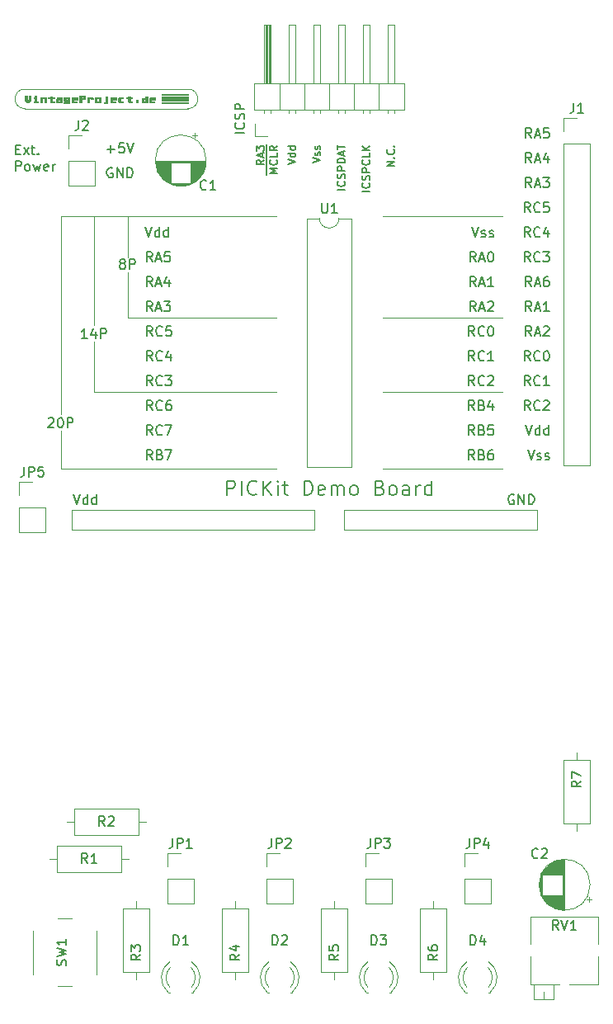
<source format=gbr>
G04 #@! TF.GenerationSoftware,KiCad,Pcbnew,(5.1.4)-1*
G04 #@! TF.CreationDate,2020-05-29T20:32:19+02:00*
G04 #@! TF.ProjectId,MicroChip PICKit 3 Demo Board,4d696372-6f43-4686-9970-205049434b69,v01*
G04 #@! TF.SameCoordinates,Original*
G04 #@! TF.FileFunction,Legend,Top*
G04 #@! TF.FilePolarity,Positive*
%FSLAX46Y46*%
G04 Gerber Fmt 4.6, Leading zero omitted, Abs format (unit mm)*
G04 Created by KiCad (PCBNEW (5.1.4)-1) date 2020-05-29 20:32:19*
%MOMM*%
%LPD*%
G04 APERTURE LIST*
%ADD10C,0.150000*%
%ADD11C,0.120000*%
%ADD12C,0.010000*%
%ADD13C,0.100000*%
G04 APERTURE END LIST*
D10*
X116500000Y-78783571D02*
X116500000Y-77283571D01*
X117071428Y-77283571D01*
X117214285Y-77355000D01*
X117285714Y-77426428D01*
X117357142Y-77569285D01*
X117357142Y-77783571D01*
X117285714Y-77926428D01*
X117214285Y-77997857D01*
X117071428Y-78069285D01*
X116500000Y-78069285D01*
X118000000Y-78783571D02*
X118000000Y-77283571D01*
X119571428Y-78640714D02*
X119500000Y-78712142D01*
X119285714Y-78783571D01*
X119142857Y-78783571D01*
X118928571Y-78712142D01*
X118785714Y-78569285D01*
X118714285Y-78426428D01*
X118642857Y-78140714D01*
X118642857Y-77926428D01*
X118714285Y-77640714D01*
X118785714Y-77497857D01*
X118928571Y-77355000D01*
X119142857Y-77283571D01*
X119285714Y-77283571D01*
X119500000Y-77355000D01*
X119571428Y-77426428D01*
X120214285Y-78783571D02*
X120214285Y-77283571D01*
X121071428Y-78783571D02*
X120428571Y-77926428D01*
X121071428Y-77283571D02*
X120214285Y-78140714D01*
X121714285Y-78783571D02*
X121714285Y-77783571D01*
X121714285Y-77283571D02*
X121642857Y-77355000D01*
X121714285Y-77426428D01*
X121785714Y-77355000D01*
X121714285Y-77283571D01*
X121714285Y-77426428D01*
X122214285Y-77783571D02*
X122785714Y-77783571D01*
X122428571Y-77283571D02*
X122428571Y-78569285D01*
X122500000Y-78712142D01*
X122642857Y-78783571D01*
X122785714Y-78783571D01*
X124428571Y-78783571D02*
X124428571Y-77283571D01*
X124785714Y-77283571D01*
X125000000Y-77355000D01*
X125142857Y-77497857D01*
X125214285Y-77640714D01*
X125285714Y-77926428D01*
X125285714Y-78140714D01*
X125214285Y-78426428D01*
X125142857Y-78569285D01*
X125000000Y-78712142D01*
X124785714Y-78783571D01*
X124428571Y-78783571D01*
X126500000Y-78712142D02*
X126357142Y-78783571D01*
X126071428Y-78783571D01*
X125928571Y-78712142D01*
X125857142Y-78569285D01*
X125857142Y-77997857D01*
X125928571Y-77855000D01*
X126071428Y-77783571D01*
X126357142Y-77783571D01*
X126500000Y-77855000D01*
X126571428Y-77997857D01*
X126571428Y-78140714D01*
X125857142Y-78283571D01*
X127214285Y-78783571D02*
X127214285Y-77783571D01*
X127214285Y-77926428D02*
X127285714Y-77855000D01*
X127428571Y-77783571D01*
X127642857Y-77783571D01*
X127785714Y-77855000D01*
X127857142Y-77997857D01*
X127857142Y-78783571D01*
X127857142Y-77997857D02*
X127928571Y-77855000D01*
X128071428Y-77783571D01*
X128285714Y-77783571D01*
X128428571Y-77855000D01*
X128500000Y-77997857D01*
X128500000Y-78783571D01*
X129428571Y-78783571D02*
X129285714Y-78712142D01*
X129214285Y-78640714D01*
X129142857Y-78497857D01*
X129142857Y-78069285D01*
X129214285Y-77926428D01*
X129285714Y-77855000D01*
X129428571Y-77783571D01*
X129642857Y-77783571D01*
X129785714Y-77855000D01*
X129857142Y-77926428D01*
X129928571Y-78069285D01*
X129928571Y-78497857D01*
X129857142Y-78640714D01*
X129785714Y-78712142D01*
X129642857Y-78783571D01*
X129428571Y-78783571D01*
X132214285Y-77997857D02*
X132428571Y-78069285D01*
X132500000Y-78140714D01*
X132571428Y-78283571D01*
X132571428Y-78497857D01*
X132500000Y-78640714D01*
X132428571Y-78712142D01*
X132285714Y-78783571D01*
X131714285Y-78783571D01*
X131714285Y-77283571D01*
X132214285Y-77283571D01*
X132357142Y-77355000D01*
X132428571Y-77426428D01*
X132500000Y-77569285D01*
X132500000Y-77712142D01*
X132428571Y-77855000D01*
X132357142Y-77926428D01*
X132214285Y-77997857D01*
X131714285Y-77997857D01*
X133428571Y-78783571D02*
X133285714Y-78712142D01*
X133214285Y-78640714D01*
X133142857Y-78497857D01*
X133142857Y-78069285D01*
X133214285Y-77926428D01*
X133285714Y-77855000D01*
X133428571Y-77783571D01*
X133642857Y-77783571D01*
X133785714Y-77855000D01*
X133857142Y-77926428D01*
X133928571Y-78069285D01*
X133928571Y-78497857D01*
X133857142Y-78640714D01*
X133785714Y-78712142D01*
X133642857Y-78783571D01*
X133428571Y-78783571D01*
X135214285Y-78783571D02*
X135214285Y-77997857D01*
X135142857Y-77855000D01*
X135000000Y-77783571D01*
X134714285Y-77783571D01*
X134571428Y-77855000D01*
X135214285Y-78712142D02*
X135071428Y-78783571D01*
X134714285Y-78783571D01*
X134571428Y-78712142D01*
X134500000Y-78569285D01*
X134500000Y-78426428D01*
X134571428Y-78283571D01*
X134714285Y-78212142D01*
X135071428Y-78212142D01*
X135214285Y-78140714D01*
X135928571Y-78783571D02*
X135928571Y-77783571D01*
X135928571Y-78069285D02*
X136000000Y-77926428D01*
X136071428Y-77855000D01*
X136214285Y-77783571D01*
X136357142Y-77783571D01*
X137500000Y-78783571D02*
X137500000Y-77283571D01*
X137500000Y-78712142D02*
X137357142Y-78783571D01*
X137071428Y-78783571D01*
X136928571Y-78712142D01*
X136857142Y-78640714D01*
X136785714Y-78497857D01*
X136785714Y-78069285D01*
X136857142Y-77926428D01*
X136928571Y-77855000D01*
X137071428Y-77783571D01*
X137357142Y-77783571D01*
X137500000Y-77855000D01*
X104745404Y-45220000D02*
X104650166Y-45172380D01*
X104507309Y-45172380D01*
X104364452Y-45220000D01*
X104269214Y-45315238D01*
X104221595Y-45410476D01*
X104173976Y-45600952D01*
X104173976Y-45743809D01*
X104221595Y-45934285D01*
X104269214Y-46029523D01*
X104364452Y-46124761D01*
X104507309Y-46172380D01*
X104602547Y-46172380D01*
X104745404Y-46124761D01*
X104793023Y-46077142D01*
X104793023Y-45743809D01*
X104602547Y-45743809D01*
X105221595Y-46172380D02*
X105221595Y-45172380D01*
X105793023Y-46172380D01*
X105793023Y-45172380D01*
X106269214Y-46172380D02*
X106269214Y-45172380D01*
X106507309Y-45172380D01*
X106650166Y-45220000D01*
X106745404Y-45315238D01*
X106793023Y-45410476D01*
X106840642Y-45600952D01*
X106840642Y-45743809D01*
X106793023Y-45934285D01*
X106745404Y-46029523D01*
X106650166Y-46124761D01*
X106507309Y-46172380D01*
X106269214Y-46172380D01*
X104221595Y-43251428D02*
X104983500Y-43251428D01*
X104602547Y-43632380D02*
X104602547Y-42870476D01*
X105935880Y-42632380D02*
X105459690Y-42632380D01*
X105412071Y-43108571D01*
X105459690Y-43060952D01*
X105554928Y-43013333D01*
X105793023Y-43013333D01*
X105888261Y-43060952D01*
X105935880Y-43108571D01*
X105983500Y-43203809D01*
X105983500Y-43441904D01*
X105935880Y-43537142D01*
X105888261Y-43584761D01*
X105793023Y-43632380D01*
X105554928Y-43632380D01*
X105459690Y-43584761D01*
X105412071Y-43537142D01*
X106269214Y-42632380D02*
X106602547Y-43632380D01*
X106935880Y-42632380D01*
X133711904Y-44979023D02*
X132911904Y-44979023D01*
X133711904Y-44521880D01*
X132911904Y-44521880D01*
X133635714Y-44140928D02*
X133673809Y-44102833D01*
X133711904Y-44140928D01*
X133673809Y-44179023D01*
X133635714Y-44140928D01*
X133711904Y-44140928D01*
X133635714Y-43302833D02*
X133673809Y-43340928D01*
X133711904Y-43455214D01*
X133711904Y-43531404D01*
X133673809Y-43645690D01*
X133597619Y-43721880D01*
X133521428Y-43759976D01*
X133369047Y-43798071D01*
X133254761Y-43798071D01*
X133102380Y-43759976D01*
X133026190Y-43721880D01*
X132950000Y-43645690D01*
X132911904Y-43531404D01*
X132911904Y-43455214D01*
X132950000Y-43340928D01*
X132988095Y-43302833D01*
X133635714Y-42959976D02*
X133673809Y-42921880D01*
X133711904Y-42959976D01*
X133673809Y-42998071D01*
X133635714Y-42959976D01*
X133711904Y-42959976D01*
X131171904Y-47569500D02*
X130371904Y-47569500D01*
X131095714Y-46731404D02*
X131133809Y-46769500D01*
X131171904Y-46883785D01*
X131171904Y-46959976D01*
X131133809Y-47074261D01*
X131057619Y-47150452D01*
X130981428Y-47188547D01*
X130829047Y-47226642D01*
X130714761Y-47226642D01*
X130562380Y-47188547D01*
X130486190Y-47150452D01*
X130410000Y-47074261D01*
X130371904Y-46959976D01*
X130371904Y-46883785D01*
X130410000Y-46769500D01*
X130448095Y-46731404D01*
X131133809Y-46426642D02*
X131171904Y-46312357D01*
X131171904Y-46121880D01*
X131133809Y-46045690D01*
X131095714Y-46007595D01*
X131019523Y-45969500D01*
X130943333Y-45969500D01*
X130867142Y-46007595D01*
X130829047Y-46045690D01*
X130790952Y-46121880D01*
X130752857Y-46274261D01*
X130714761Y-46350452D01*
X130676666Y-46388547D01*
X130600476Y-46426642D01*
X130524285Y-46426642D01*
X130448095Y-46388547D01*
X130410000Y-46350452D01*
X130371904Y-46274261D01*
X130371904Y-46083785D01*
X130410000Y-45969500D01*
X131171904Y-45626642D02*
X130371904Y-45626642D01*
X130371904Y-45321880D01*
X130410000Y-45245690D01*
X130448095Y-45207595D01*
X130524285Y-45169500D01*
X130638571Y-45169500D01*
X130714761Y-45207595D01*
X130752857Y-45245690D01*
X130790952Y-45321880D01*
X130790952Y-45626642D01*
X131095714Y-44369500D02*
X131133809Y-44407595D01*
X131171904Y-44521880D01*
X131171904Y-44598071D01*
X131133809Y-44712357D01*
X131057619Y-44788547D01*
X130981428Y-44826642D01*
X130829047Y-44864738D01*
X130714761Y-44864738D01*
X130562380Y-44826642D01*
X130486190Y-44788547D01*
X130410000Y-44712357D01*
X130371904Y-44598071D01*
X130371904Y-44521880D01*
X130410000Y-44407595D01*
X130448095Y-44369500D01*
X131171904Y-43645690D02*
X131171904Y-44026642D01*
X130371904Y-44026642D01*
X131171904Y-43379023D02*
X130371904Y-43379023D01*
X131171904Y-42921880D02*
X130714761Y-43264738D01*
X130371904Y-42921880D02*
X130829047Y-43379023D01*
X128631904Y-47417119D02*
X127831904Y-47417119D01*
X128555714Y-46579023D02*
X128593809Y-46617119D01*
X128631904Y-46731404D01*
X128631904Y-46807595D01*
X128593809Y-46921880D01*
X128517619Y-46998071D01*
X128441428Y-47036166D01*
X128289047Y-47074261D01*
X128174761Y-47074261D01*
X128022380Y-47036166D01*
X127946190Y-46998071D01*
X127870000Y-46921880D01*
X127831904Y-46807595D01*
X127831904Y-46731404D01*
X127870000Y-46617119D01*
X127908095Y-46579023D01*
X128593809Y-46274261D02*
X128631904Y-46159976D01*
X128631904Y-45969500D01*
X128593809Y-45893309D01*
X128555714Y-45855214D01*
X128479523Y-45817119D01*
X128403333Y-45817119D01*
X128327142Y-45855214D01*
X128289047Y-45893309D01*
X128250952Y-45969500D01*
X128212857Y-46121880D01*
X128174761Y-46198071D01*
X128136666Y-46236166D01*
X128060476Y-46274261D01*
X127984285Y-46274261D01*
X127908095Y-46236166D01*
X127870000Y-46198071D01*
X127831904Y-46121880D01*
X127831904Y-45931404D01*
X127870000Y-45817119D01*
X128631904Y-45474261D02*
X127831904Y-45474261D01*
X127831904Y-45169500D01*
X127870000Y-45093309D01*
X127908095Y-45055214D01*
X127984285Y-45017119D01*
X128098571Y-45017119D01*
X128174761Y-45055214D01*
X128212857Y-45093309D01*
X128250952Y-45169500D01*
X128250952Y-45474261D01*
X128631904Y-44674261D02*
X127831904Y-44674261D01*
X127831904Y-44483785D01*
X127870000Y-44369500D01*
X127946190Y-44293309D01*
X128022380Y-44255214D01*
X128174761Y-44217119D01*
X128289047Y-44217119D01*
X128441428Y-44255214D01*
X128517619Y-44293309D01*
X128593809Y-44369500D01*
X128631904Y-44483785D01*
X128631904Y-44674261D01*
X128403333Y-43912357D02*
X128403333Y-43531404D01*
X128631904Y-43988547D02*
X127831904Y-43721880D01*
X128631904Y-43455214D01*
X127831904Y-43302833D02*
X127831904Y-42845690D01*
X128631904Y-43074261D02*
X127831904Y-43074261D01*
X125291904Y-44674261D02*
X126091904Y-44407595D01*
X125291904Y-44140928D01*
X126053809Y-43912357D02*
X126091904Y-43836166D01*
X126091904Y-43683785D01*
X126053809Y-43607595D01*
X125977619Y-43569500D01*
X125939523Y-43569500D01*
X125863333Y-43607595D01*
X125825238Y-43683785D01*
X125825238Y-43798071D01*
X125787142Y-43874261D01*
X125710952Y-43912357D01*
X125672857Y-43912357D01*
X125596666Y-43874261D01*
X125558571Y-43798071D01*
X125558571Y-43683785D01*
X125596666Y-43607595D01*
X126053809Y-43264738D02*
X126091904Y-43188547D01*
X126091904Y-43036166D01*
X126053809Y-42959976D01*
X125977619Y-42921880D01*
X125939523Y-42921880D01*
X125863333Y-42959976D01*
X125825238Y-43036166D01*
X125825238Y-43150452D01*
X125787142Y-43226642D01*
X125710952Y-43264738D01*
X125672857Y-43264738D01*
X125596666Y-43226642D01*
X125558571Y-43150452D01*
X125558571Y-43036166D01*
X125596666Y-42959976D01*
X122751904Y-44826642D02*
X123551904Y-44559976D01*
X122751904Y-44293309D01*
X123551904Y-43683785D02*
X122751904Y-43683785D01*
X123513809Y-43683785D02*
X123551904Y-43759976D01*
X123551904Y-43912357D01*
X123513809Y-43988547D01*
X123475714Y-44026642D01*
X123399523Y-44064738D01*
X123170952Y-44064738D01*
X123094761Y-44026642D01*
X123056666Y-43988547D01*
X123018571Y-43912357D01*
X123018571Y-43759976D01*
X123056666Y-43683785D01*
X123551904Y-42959976D02*
X122751904Y-42959976D01*
X123513809Y-42959976D02*
X123551904Y-43036166D01*
X123551904Y-43188547D01*
X123513809Y-43264738D01*
X123475714Y-43302833D01*
X123399523Y-43340928D01*
X123170952Y-43340928D01*
X123094761Y-43302833D01*
X123056666Y-43264738D01*
X123018571Y-43188547D01*
X123018571Y-43036166D01*
X123056666Y-42959976D01*
X120336904Y-44369500D02*
X119955952Y-44636166D01*
X120336904Y-44826642D02*
X119536904Y-44826642D01*
X119536904Y-44521880D01*
X119575000Y-44445690D01*
X119613095Y-44407595D01*
X119689285Y-44369500D01*
X119803571Y-44369500D01*
X119879761Y-44407595D01*
X119917857Y-44445690D01*
X119955952Y-44521880D01*
X119955952Y-44826642D01*
X120108333Y-44064738D02*
X120108333Y-43683785D01*
X120336904Y-44140928D02*
X119536904Y-43874261D01*
X120336904Y-43607595D01*
X119536904Y-43417119D02*
X119536904Y-42921880D01*
X119841666Y-43188547D01*
X119841666Y-43074261D01*
X119879761Y-42998071D01*
X119917857Y-42959976D01*
X119994047Y-42921880D01*
X120184523Y-42921880D01*
X120260714Y-42959976D01*
X120298809Y-42998071D01*
X120336904Y-43074261D01*
X120336904Y-43302833D01*
X120298809Y-43379023D01*
X120260714Y-43417119D01*
X120554000Y-45931404D02*
X120554000Y-45017119D01*
X121686904Y-45740928D02*
X120886904Y-45740928D01*
X121458333Y-45474261D01*
X120886904Y-45207595D01*
X121686904Y-45207595D01*
X120554000Y-45017119D02*
X120554000Y-44217119D01*
X121610714Y-44369500D02*
X121648809Y-44407595D01*
X121686904Y-44521880D01*
X121686904Y-44598071D01*
X121648809Y-44712357D01*
X121572619Y-44788547D01*
X121496428Y-44826642D01*
X121344047Y-44864738D01*
X121229761Y-44864738D01*
X121077380Y-44826642D01*
X121001190Y-44788547D01*
X120925000Y-44712357D01*
X120886904Y-44598071D01*
X120886904Y-44521880D01*
X120925000Y-44407595D01*
X120963095Y-44369500D01*
X120554000Y-44217119D02*
X120554000Y-43569500D01*
X121686904Y-43645690D02*
X121686904Y-44026642D01*
X120886904Y-44026642D01*
X120554000Y-43569500D02*
X120554000Y-42769500D01*
X121686904Y-42921880D02*
X121305952Y-43188547D01*
X121686904Y-43379023D02*
X120886904Y-43379023D01*
X120886904Y-43074261D01*
X120925000Y-42998071D01*
X120963095Y-42959976D01*
X121039285Y-42921880D01*
X121153571Y-42921880D01*
X121229761Y-42959976D01*
X121267857Y-42998071D01*
X121305952Y-43074261D01*
X121305952Y-43379023D01*
X147381547Y-74128380D02*
X147714880Y-75128380D01*
X148048214Y-74128380D01*
X148333928Y-75080761D02*
X148429166Y-75128380D01*
X148619642Y-75128380D01*
X148714880Y-75080761D01*
X148762500Y-74985523D01*
X148762500Y-74937904D01*
X148714880Y-74842666D01*
X148619642Y-74795047D01*
X148476785Y-74795047D01*
X148381547Y-74747428D01*
X148333928Y-74652190D01*
X148333928Y-74604571D01*
X148381547Y-74509333D01*
X148476785Y-74461714D01*
X148619642Y-74461714D01*
X148714880Y-74509333D01*
X149143452Y-75080761D02*
X149238690Y-75128380D01*
X149429166Y-75128380D01*
X149524404Y-75080761D01*
X149572023Y-74985523D01*
X149572023Y-74937904D01*
X149524404Y-74842666D01*
X149429166Y-74795047D01*
X149286309Y-74795047D01*
X149191071Y-74747428D01*
X149143452Y-74652190D01*
X149143452Y-74604571D01*
X149191071Y-74509333D01*
X149286309Y-74461714D01*
X149429166Y-74461714D01*
X149524404Y-74509333D01*
X147191071Y-71588380D02*
X147524404Y-72588380D01*
X147857738Y-71588380D01*
X148619642Y-72588380D02*
X148619642Y-71588380D01*
X148619642Y-72540761D02*
X148524404Y-72588380D01*
X148333928Y-72588380D01*
X148238690Y-72540761D01*
X148191071Y-72493142D01*
X148143452Y-72397904D01*
X148143452Y-72112190D01*
X148191071Y-72016952D01*
X148238690Y-71969333D01*
X148333928Y-71921714D01*
X148524404Y-71921714D01*
X148619642Y-71969333D01*
X149524404Y-72588380D02*
X149524404Y-71588380D01*
X149524404Y-72540761D02*
X149429166Y-72588380D01*
X149238690Y-72588380D01*
X149143452Y-72540761D01*
X149095833Y-72493142D01*
X149048214Y-72397904D01*
X149048214Y-72112190D01*
X149095833Y-72016952D01*
X149143452Y-71969333D01*
X149238690Y-71921714D01*
X149429166Y-71921714D01*
X149524404Y-71969333D01*
X147619642Y-70048380D02*
X147286309Y-69572190D01*
X147048214Y-70048380D02*
X147048214Y-69048380D01*
X147429166Y-69048380D01*
X147524404Y-69096000D01*
X147572023Y-69143619D01*
X147619642Y-69238857D01*
X147619642Y-69381714D01*
X147572023Y-69476952D01*
X147524404Y-69524571D01*
X147429166Y-69572190D01*
X147048214Y-69572190D01*
X148619642Y-69953142D02*
X148572023Y-70000761D01*
X148429166Y-70048380D01*
X148333928Y-70048380D01*
X148191071Y-70000761D01*
X148095833Y-69905523D01*
X148048214Y-69810285D01*
X148000595Y-69619809D01*
X148000595Y-69476952D01*
X148048214Y-69286476D01*
X148095833Y-69191238D01*
X148191071Y-69096000D01*
X148333928Y-69048380D01*
X148429166Y-69048380D01*
X148572023Y-69096000D01*
X148619642Y-69143619D01*
X149000595Y-69143619D02*
X149048214Y-69096000D01*
X149143452Y-69048380D01*
X149381547Y-69048380D01*
X149476785Y-69096000D01*
X149524404Y-69143619D01*
X149572023Y-69238857D01*
X149572023Y-69334095D01*
X149524404Y-69476952D01*
X148952976Y-70048380D01*
X149572023Y-70048380D01*
X147619642Y-67508380D02*
X147286309Y-67032190D01*
X147048214Y-67508380D02*
X147048214Y-66508380D01*
X147429166Y-66508380D01*
X147524404Y-66556000D01*
X147572023Y-66603619D01*
X147619642Y-66698857D01*
X147619642Y-66841714D01*
X147572023Y-66936952D01*
X147524404Y-66984571D01*
X147429166Y-67032190D01*
X147048214Y-67032190D01*
X148619642Y-67413142D02*
X148572023Y-67460761D01*
X148429166Y-67508380D01*
X148333928Y-67508380D01*
X148191071Y-67460761D01*
X148095833Y-67365523D01*
X148048214Y-67270285D01*
X148000595Y-67079809D01*
X148000595Y-66936952D01*
X148048214Y-66746476D01*
X148095833Y-66651238D01*
X148191071Y-66556000D01*
X148333928Y-66508380D01*
X148429166Y-66508380D01*
X148572023Y-66556000D01*
X148619642Y-66603619D01*
X149572023Y-67508380D02*
X149000595Y-67508380D01*
X149286309Y-67508380D02*
X149286309Y-66508380D01*
X149191071Y-66651238D01*
X149095833Y-66746476D01*
X149000595Y-66794095D01*
X147619642Y-64968380D02*
X147286309Y-64492190D01*
X147048214Y-64968380D02*
X147048214Y-63968380D01*
X147429166Y-63968380D01*
X147524404Y-64016000D01*
X147572023Y-64063619D01*
X147619642Y-64158857D01*
X147619642Y-64301714D01*
X147572023Y-64396952D01*
X147524404Y-64444571D01*
X147429166Y-64492190D01*
X147048214Y-64492190D01*
X148619642Y-64873142D02*
X148572023Y-64920761D01*
X148429166Y-64968380D01*
X148333928Y-64968380D01*
X148191071Y-64920761D01*
X148095833Y-64825523D01*
X148048214Y-64730285D01*
X148000595Y-64539809D01*
X148000595Y-64396952D01*
X148048214Y-64206476D01*
X148095833Y-64111238D01*
X148191071Y-64016000D01*
X148333928Y-63968380D01*
X148429166Y-63968380D01*
X148572023Y-64016000D01*
X148619642Y-64063619D01*
X149238690Y-63968380D02*
X149333928Y-63968380D01*
X149429166Y-64016000D01*
X149476785Y-64063619D01*
X149524404Y-64158857D01*
X149572023Y-64349333D01*
X149572023Y-64587428D01*
X149524404Y-64777904D01*
X149476785Y-64873142D01*
X149429166Y-64920761D01*
X149333928Y-64968380D01*
X149238690Y-64968380D01*
X149143452Y-64920761D01*
X149095833Y-64873142D01*
X149048214Y-64777904D01*
X149000595Y-64587428D01*
X149000595Y-64349333D01*
X149048214Y-64158857D01*
X149095833Y-64063619D01*
X149143452Y-64016000D01*
X149238690Y-63968380D01*
X147762500Y-62428380D02*
X147429166Y-61952190D01*
X147191071Y-62428380D02*
X147191071Y-61428380D01*
X147572023Y-61428380D01*
X147667261Y-61476000D01*
X147714880Y-61523619D01*
X147762500Y-61618857D01*
X147762500Y-61761714D01*
X147714880Y-61856952D01*
X147667261Y-61904571D01*
X147572023Y-61952190D01*
X147191071Y-61952190D01*
X148143452Y-62142666D02*
X148619642Y-62142666D01*
X148048214Y-62428380D02*
X148381547Y-61428380D01*
X148714880Y-62428380D01*
X149000595Y-61523619D02*
X149048214Y-61476000D01*
X149143452Y-61428380D01*
X149381547Y-61428380D01*
X149476785Y-61476000D01*
X149524404Y-61523619D01*
X149572023Y-61618857D01*
X149572023Y-61714095D01*
X149524404Y-61856952D01*
X148952976Y-62428380D01*
X149572023Y-62428380D01*
X147762500Y-59888380D02*
X147429166Y-59412190D01*
X147191071Y-59888380D02*
X147191071Y-58888380D01*
X147572023Y-58888380D01*
X147667261Y-58936000D01*
X147714880Y-58983619D01*
X147762500Y-59078857D01*
X147762500Y-59221714D01*
X147714880Y-59316952D01*
X147667261Y-59364571D01*
X147572023Y-59412190D01*
X147191071Y-59412190D01*
X148143452Y-59602666D02*
X148619642Y-59602666D01*
X148048214Y-59888380D02*
X148381547Y-58888380D01*
X148714880Y-59888380D01*
X149572023Y-59888380D02*
X149000595Y-59888380D01*
X149286309Y-59888380D02*
X149286309Y-58888380D01*
X149191071Y-59031238D01*
X149095833Y-59126476D01*
X149000595Y-59174095D01*
X147762500Y-57348380D02*
X147429166Y-56872190D01*
X147191071Y-57348380D02*
X147191071Y-56348380D01*
X147572023Y-56348380D01*
X147667261Y-56396000D01*
X147714880Y-56443619D01*
X147762500Y-56538857D01*
X147762500Y-56681714D01*
X147714880Y-56776952D01*
X147667261Y-56824571D01*
X147572023Y-56872190D01*
X147191071Y-56872190D01*
X148143452Y-57062666D02*
X148619642Y-57062666D01*
X148048214Y-57348380D02*
X148381547Y-56348380D01*
X148714880Y-57348380D01*
X149476785Y-56348380D02*
X149286309Y-56348380D01*
X149191071Y-56396000D01*
X149143452Y-56443619D01*
X149048214Y-56586476D01*
X149000595Y-56776952D01*
X149000595Y-57157904D01*
X149048214Y-57253142D01*
X149095833Y-57300761D01*
X149191071Y-57348380D01*
X149381547Y-57348380D01*
X149476785Y-57300761D01*
X149524404Y-57253142D01*
X149572023Y-57157904D01*
X149572023Y-56919809D01*
X149524404Y-56824571D01*
X149476785Y-56776952D01*
X149381547Y-56729333D01*
X149191071Y-56729333D01*
X149095833Y-56776952D01*
X149048214Y-56824571D01*
X149000595Y-56919809D01*
X147619642Y-54808380D02*
X147286309Y-54332190D01*
X147048214Y-54808380D02*
X147048214Y-53808380D01*
X147429166Y-53808380D01*
X147524404Y-53856000D01*
X147572023Y-53903619D01*
X147619642Y-53998857D01*
X147619642Y-54141714D01*
X147572023Y-54236952D01*
X147524404Y-54284571D01*
X147429166Y-54332190D01*
X147048214Y-54332190D01*
X148619642Y-54713142D02*
X148572023Y-54760761D01*
X148429166Y-54808380D01*
X148333928Y-54808380D01*
X148191071Y-54760761D01*
X148095833Y-54665523D01*
X148048214Y-54570285D01*
X148000595Y-54379809D01*
X148000595Y-54236952D01*
X148048214Y-54046476D01*
X148095833Y-53951238D01*
X148191071Y-53856000D01*
X148333928Y-53808380D01*
X148429166Y-53808380D01*
X148572023Y-53856000D01*
X148619642Y-53903619D01*
X148952976Y-53808380D02*
X149572023Y-53808380D01*
X149238690Y-54189333D01*
X149381547Y-54189333D01*
X149476785Y-54236952D01*
X149524404Y-54284571D01*
X149572023Y-54379809D01*
X149572023Y-54617904D01*
X149524404Y-54713142D01*
X149476785Y-54760761D01*
X149381547Y-54808380D01*
X149095833Y-54808380D01*
X149000595Y-54760761D01*
X148952976Y-54713142D01*
X147619642Y-52268380D02*
X147286309Y-51792190D01*
X147048214Y-52268380D02*
X147048214Y-51268380D01*
X147429166Y-51268380D01*
X147524404Y-51316000D01*
X147572023Y-51363619D01*
X147619642Y-51458857D01*
X147619642Y-51601714D01*
X147572023Y-51696952D01*
X147524404Y-51744571D01*
X147429166Y-51792190D01*
X147048214Y-51792190D01*
X148619642Y-52173142D02*
X148572023Y-52220761D01*
X148429166Y-52268380D01*
X148333928Y-52268380D01*
X148191071Y-52220761D01*
X148095833Y-52125523D01*
X148048214Y-52030285D01*
X148000595Y-51839809D01*
X148000595Y-51696952D01*
X148048214Y-51506476D01*
X148095833Y-51411238D01*
X148191071Y-51316000D01*
X148333928Y-51268380D01*
X148429166Y-51268380D01*
X148572023Y-51316000D01*
X148619642Y-51363619D01*
X149476785Y-51601714D02*
X149476785Y-52268380D01*
X149238690Y-51220761D02*
X149000595Y-51935047D01*
X149619642Y-51935047D01*
X147619642Y-49728380D02*
X147286309Y-49252190D01*
X147048214Y-49728380D02*
X147048214Y-48728380D01*
X147429166Y-48728380D01*
X147524404Y-48776000D01*
X147572023Y-48823619D01*
X147619642Y-48918857D01*
X147619642Y-49061714D01*
X147572023Y-49156952D01*
X147524404Y-49204571D01*
X147429166Y-49252190D01*
X147048214Y-49252190D01*
X148619642Y-49633142D02*
X148572023Y-49680761D01*
X148429166Y-49728380D01*
X148333928Y-49728380D01*
X148191071Y-49680761D01*
X148095833Y-49585523D01*
X148048214Y-49490285D01*
X148000595Y-49299809D01*
X148000595Y-49156952D01*
X148048214Y-48966476D01*
X148095833Y-48871238D01*
X148191071Y-48776000D01*
X148333928Y-48728380D01*
X148429166Y-48728380D01*
X148572023Y-48776000D01*
X148619642Y-48823619D01*
X149524404Y-48728380D02*
X149048214Y-48728380D01*
X149000595Y-49204571D01*
X149048214Y-49156952D01*
X149143452Y-49109333D01*
X149381547Y-49109333D01*
X149476785Y-49156952D01*
X149524404Y-49204571D01*
X149572023Y-49299809D01*
X149572023Y-49537904D01*
X149524404Y-49633142D01*
X149476785Y-49680761D01*
X149381547Y-49728380D01*
X149143452Y-49728380D01*
X149048214Y-49680761D01*
X149000595Y-49633142D01*
X147762500Y-47188380D02*
X147429166Y-46712190D01*
X147191071Y-47188380D02*
X147191071Y-46188380D01*
X147572023Y-46188380D01*
X147667261Y-46236000D01*
X147714880Y-46283619D01*
X147762500Y-46378857D01*
X147762500Y-46521714D01*
X147714880Y-46616952D01*
X147667261Y-46664571D01*
X147572023Y-46712190D01*
X147191071Y-46712190D01*
X148143452Y-46902666D02*
X148619642Y-46902666D01*
X148048214Y-47188380D02*
X148381547Y-46188380D01*
X148714880Y-47188380D01*
X148952976Y-46188380D02*
X149572023Y-46188380D01*
X149238690Y-46569333D01*
X149381547Y-46569333D01*
X149476785Y-46616952D01*
X149524404Y-46664571D01*
X149572023Y-46759809D01*
X149572023Y-46997904D01*
X149524404Y-47093142D01*
X149476785Y-47140761D01*
X149381547Y-47188380D01*
X149095833Y-47188380D01*
X149000595Y-47140761D01*
X148952976Y-47093142D01*
X147762500Y-44648380D02*
X147429166Y-44172190D01*
X147191071Y-44648380D02*
X147191071Y-43648380D01*
X147572023Y-43648380D01*
X147667261Y-43696000D01*
X147714880Y-43743619D01*
X147762500Y-43838857D01*
X147762500Y-43981714D01*
X147714880Y-44076952D01*
X147667261Y-44124571D01*
X147572023Y-44172190D01*
X147191071Y-44172190D01*
X148143452Y-44362666D02*
X148619642Y-44362666D01*
X148048214Y-44648380D02*
X148381547Y-43648380D01*
X148714880Y-44648380D01*
X149476785Y-43981714D02*
X149476785Y-44648380D01*
X149238690Y-43600761D02*
X149000595Y-44315047D01*
X149619642Y-44315047D01*
X147762500Y-42108380D02*
X147429166Y-41632190D01*
X147191071Y-42108380D02*
X147191071Y-41108380D01*
X147572023Y-41108380D01*
X147667261Y-41156000D01*
X147714880Y-41203619D01*
X147762500Y-41298857D01*
X147762500Y-41441714D01*
X147714880Y-41536952D01*
X147667261Y-41584571D01*
X147572023Y-41632190D01*
X147191071Y-41632190D01*
X148143452Y-41822666D02*
X148619642Y-41822666D01*
X148048214Y-42108380D02*
X148381547Y-41108380D01*
X148714880Y-42108380D01*
X149524404Y-41108380D02*
X149048214Y-41108380D01*
X149000595Y-41584571D01*
X149048214Y-41536952D01*
X149143452Y-41489333D01*
X149381547Y-41489333D01*
X149476785Y-41536952D01*
X149524404Y-41584571D01*
X149572023Y-41679809D01*
X149572023Y-41917904D01*
X149524404Y-42013142D01*
X149476785Y-42060761D01*
X149381547Y-42108380D01*
X149143452Y-42108380D01*
X149048214Y-42060761D01*
X149000595Y-42013142D01*
X94823595Y-43299571D02*
X95156928Y-43299571D01*
X95299785Y-43823380D02*
X94823595Y-43823380D01*
X94823595Y-42823380D01*
X95299785Y-42823380D01*
X95633119Y-43823380D02*
X96156928Y-43156714D01*
X95633119Y-43156714D02*
X96156928Y-43823380D01*
X96395023Y-43156714D02*
X96775976Y-43156714D01*
X96537880Y-42823380D02*
X96537880Y-43680523D01*
X96585500Y-43775761D01*
X96680738Y-43823380D01*
X96775976Y-43823380D01*
X97109309Y-43728142D02*
X97156928Y-43775761D01*
X97109309Y-43823380D01*
X97061690Y-43775761D01*
X97109309Y-43728142D01*
X97109309Y-43823380D01*
X94823595Y-45473380D02*
X94823595Y-44473380D01*
X95204547Y-44473380D01*
X95299785Y-44521000D01*
X95347404Y-44568619D01*
X95395023Y-44663857D01*
X95395023Y-44806714D01*
X95347404Y-44901952D01*
X95299785Y-44949571D01*
X95204547Y-44997190D01*
X94823595Y-44997190D01*
X95966452Y-45473380D02*
X95871214Y-45425761D01*
X95823595Y-45378142D01*
X95775976Y-45282904D01*
X95775976Y-44997190D01*
X95823595Y-44901952D01*
X95871214Y-44854333D01*
X95966452Y-44806714D01*
X96109309Y-44806714D01*
X96204547Y-44854333D01*
X96252166Y-44901952D01*
X96299785Y-44997190D01*
X96299785Y-45282904D01*
X96252166Y-45378142D01*
X96204547Y-45425761D01*
X96109309Y-45473380D01*
X95966452Y-45473380D01*
X96633119Y-44806714D02*
X96823595Y-45473380D01*
X97014071Y-44997190D01*
X97204547Y-45473380D01*
X97395023Y-44806714D01*
X98156928Y-45425761D02*
X98061690Y-45473380D01*
X97871214Y-45473380D01*
X97775976Y-45425761D01*
X97728357Y-45330523D01*
X97728357Y-44949571D01*
X97775976Y-44854333D01*
X97871214Y-44806714D01*
X98061690Y-44806714D01*
X98156928Y-44854333D01*
X98204547Y-44949571D01*
X98204547Y-45044809D01*
X97728357Y-45140047D01*
X98633119Y-45473380D02*
X98633119Y-44806714D01*
X98633119Y-44997190D02*
X98680738Y-44901952D01*
X98728357Y-44854333D01*
X98823595Y-44806714D01*
X98918833Y-44806714D01*
X141904642Y-75128380D02*
X141571309Y-74652190D01*
X141333214Y-75128380D02*
X141333214Y-74128380D01*
X141714166Y-74128380D01*
X141809404Y-74176000D01*
X141857023Y-74223619D01*
X141904642Y-74318857D01*
X141904642Y-74461714D01*
X141857023Y-74556952D01*
X141809404Y-74604571D01*
X141714166Y-74652190D01*
X141333214Y-74652190D01*
X142666547Y-74604571D02*
X142809404Y-74652190D01*
X142857023Y-74699809D01*
X142904642Y-74795047D01*
X142904642Y-74937904D01*
X142857023Y-75033142D01*
X142809404Y-75080761D01*
X142714166Y-75128380D01*
X142333214Y-75128380D01*
X142333214Y-74128380D01*
X142666547Y-74128380D01*
X142761785Y-74176000D01*
X142809404Y-74223619D01*
X142857023Y-74318857D01*
X142857023Y-74414095D01*
X142809404Y-74509333D01*
X142761785Y-74556952D01*
X142666547Y-74604571D01*
X142333214Y-74604571D01*
X143761785Y-74128380D02*
X143571309Y-74128380D01*
X143476071Y-74176000D01*
X143428452Y-74223619D01*
X143333214Y-74366476D01*
X143285595Y-74556952D01*
X143285595Y-74937904D01*
X143333214Y-75033142D01*
X143380833Y-75080761D01*
X143476071Y-75128380D01*
X143666547Y-75128380D01*
X143761785Y-75080761D01*
X143809404Y-75033142D01*
X143857023Y-74937904D01*
X143857023Y-74699809D01*
X143809404Y-74604571D01*
X143761785Y-74556952D01*
X143666547Y-74509333D01*
X143476071Y-74509333D01*
X143380833Y-74556952D01*
X143333214Y-74604571D01*
X143285595Y-74699809D01*
X141904642Y-72588380D02*
X141571309Y-72112190D01*
X141333214Y-72588380D02*
X141333214Y-71588380D01*
X141714166Y-71588380D01*
X141809404Y-71636000D01*
X141857023Y-71683619D01*
X141904642Y-71778857D01*
X141904642Y-71921714D01*
X141857023Y-72016952D01*
X141809404Y-72064571D01*
X141714166Y-72112190D01*
X141333214Y-72112190D01*
X142666547Y-72064571D02*
X142809404Y-72112190D01*
X142857023Y-72159809D01*
X142904642Y-72255047D01*
X142904642Y-72397904D01*
X142857023Y-72493142D01*
X142809404Y-72540761D01*
X142714166Y-72588380D01*
X142333214Y-72588380D01*
X142333214Y-71588380D01*
X142666547Y-71588380D01*
X142761785Y-71636000D01*
X142809404Y-71683619D01*
X142857023Y-71778857D01*
X142857023Y-71874095D01*
X142809404Y-71969333D01*
X142761785Y-72016952D01*
X142666547Y-72064571D01*
X142333214Y-72064571D01*
X143809404Y-71588380D02*
X143333214Y-71588380D01*
X143285595Y-72064571D01*
X143333214Y-72016952D01*
X143428452Y-71969333D01*
X143666547Y-71969333D01*
X143761785Y-72016952D01*
X143809404Y-72064571D01*
X143857023Y-72159809D01*
X143857023Y-72397904D01*
X143809404Y-72493142D01*
X143761785Y-72540761D01*
X143666547Y-72588380D01*
X143428452Y-72588380D01*
X143333214Y-72540761D01*
X143285595Y-72493142D01*
X141904642Y-70048380D02*
X141571309Y-69572190D01*
X141333214Y-70048380D02*
X141333214Y-69048380D01*
X141714166Y-69048380D01*
X141809404Y-69096000D01*
X141857023Y-69143619D01*
X141904642Y-69238857D01*
X141904642Y-69381714D01*
X141857023Y-69476952D01*
X141809404Y-69524571D01*
X141714166Y-69572190D01*
X141333214Y-69572190D01*
X142666547Y-69524571D02*
X142809404Y-69572190D01*
X142857023Y-69619809D01*
X142904642Y-69715047D01*
X142904642Y-69857904D01*
X142857023Y-69953142D01*
X142809404Y-70000761D01*
X142714166Y-70048380D01*
X142333214Y-70048380D01*
X142333214Y-69048380D01*
X142666547Y-69048380D01*
X142761785Y-69096000D01*
X142809404Y-69143619D01*
X142857023Y-69238857D01*
X142857023Y-69334095D01*
X142809404Y-69429333D01*
X142761785Y-69476952D01*
X142666547Y-69524571D01*
X142333214Y-69524571D01*
X143761785Y-69381714D02*
X143761785Y-70048380D01*
X143523690Y-69000761D02*
X143285595Y-69715047D01*
X143904642Y-69715047D01*
X141904642Y-67508380D02*
X141571309Y-67032190D01*
X141333214Y-67508380D02*
X141333214Y-66508380D01*
X141714166Y-66508380D01*
X141809404Y-66556000D01*
X141857023Y-66603619D01*
X141904642Y-66698857D01*
X141904642Y-66841714D01*
X141857023Y-66936952D01*
X141809404Y-66984571D01*
X141714166Y-67032190D01*
X141333214Y-67032190D01*
X142904642Y-67413142D02*
X142857023Y-67460761D01*
X142714166Y-67508380D01*
X142618928Y-67508380D01*
X142476071Y-67460761D01*
X142380833Y-67365523D01*
X142333214Y-67270285D01*
X142285595Y-67079809D01*
X142285595Y-66936952D01*
X142333214Y-66746476D01*
X142380833Y-66651238D01*
X142476071Y-66556000D01*
X142618928Y-66508380D01*
X142714166Y-66508380D01*
X142857023Y-66556000D01*
X142904642Y-66603619D01*
X143285595Y-66603619D02*
X143333214Y-66556000D01*
X143428452Y-66508380D01*
X143666547Y-66508380D01*
X143761785Y-66556000D01*
X143809404Y-66603619D01*
X143857023Y-66698857D01*
X143857023Y-66794095D01*
X143809404Y-66936952D01*
X143237976Y-67508380D01*
X143857023Y-67508380D01*
X141904642Y-64968380D02*
X141571309Y-64492190D01*
X141333214Y-64968380D02*
X141333214Y-63968380D01*
X141714166Y-63968380D01*
X141809404Y-64016000D01*
X141857023Y-64063619D01*
X141904642Y-64158857D01*
X141904642Y-64301714D01*
X141857023Y-64396952D01*
X141809404Y-64444571D01*
X141714166Y-64492190D01*
X141333214Y-64492190D01*
X142904642Y-64873142D02*
X142857023Y-64920761D01*
X142714166Y-64968380D01*
X142618928Y-64968380D01*
X142476071Y-64920761D01*
X142380833Y-64825523D01*
X142333214Y-64730285D01*
X142285595Y-64539809D01*
X142285595Y-64396952D01*
X142333214Y-64206476D01*
X142380833Y-64111238D01*
X142476071Y-64016000D01*
X142618928Y-63968380D01*
X142714166Y-63968380D01*
X142857023Y-64016000D01*
X142904642Y-64063619D01*
X143857023Y-64968380D02*
X143285595Y-64968380D01*
X143571309Y-64968380D02*
X143571309Y-63968380D01*
X143476071Y-64111238D01*
X143380833Y-64206476D01*
X143285595Y-64254095D01*
X141904642Y-62428380D02*
X141571309Y-61952190D01*
X141333214Y-62428380D02*
X141333214Y-61428380D01*
X141714166Y-61428380D01*
X141809404Y-61476000D01*
X141857023Y-61523619D01*
X141904642Y-61618857D01*
X141904642Y-61761714D01*
X141857023Y-61856952D01*
X141809404Y-61904571D01*
X141714166Y-61952190D01*
X141333214Y-61952190D01*
X142904642Y-62333142D02*
X142857023Y-62380761D01*
X142714166Y-62428380D01*
X142618928Y-62428380D01*
X142476071Y-62380761D01*
X142380833Y-62285523D01*
X142333214Y-62190285D01*
X142285595Y-61999809D01*
X142285595Y-61856952D01*
X142333214Y-61666476D01*
X142380833Y-61571238D01*
X142476071Y-61476000D01*
X142618928Y-61428380D01*
X142714166Y-61428380D01*
X142857023Y-61476000D01*
X142904642Y-61523619D01*
X143523690Y-61428380D02*
X143618928Y-61428380D01*
X143714166Y-61476000D01*
X143761785Y-61523619D01*
X143809404Y-61618857D01*
X143857023Y-61809333D01*
X143857023Y-62047428D01*
X143809404Y-62237904D01*
X143761785Y-62333142D01*
X143714166Y-62380761D01*
X143618928Y-62428380D01*
X143523690Y-62428380D01*
X143428452Y-62380761D01*
X143380833Y-62333142D01*
X143333214Y-62237904D01*
X143285595Y-62047428D01*
X143285595Y-61809333D01*
X143333214Y-61618857D01*
X143380833Y-61523619D01*
X143428452Y-61476000D01*
X143523690Y-61428380D01*
X142047500Y-59888380D02*
X141714166Y-59412190D01*
X141476071Y-59888380D02*
X141476071Y-58888380D01*
X141857023Y-58888380D01*
X141952261Y-58936000D01*
X141999880Y-58983619D01*
X142047500Y-59078857D01*
X142047500Y-59221714D01*
X141999880Y-59316952D01*
X141952261Y-59364571D01*
X141857023Y-59412190D01*
X141476071Y-59412190D01*
X142428452Y-59602666D02*
X142904642Y-59602666D01*
X142333214Y-59888380D02*
X142666547Y-58888380D01*
X142999880Y-59888380D01*
X143285595Y-58983619D02*
X143333214Y-58936000D01*
X143428452Y-58888380D01*
X143666547Y-58888380D01*
X143761785Y-58936000D01*
X143809404Y-58983619D01*
X143857023Y-59078857D01*
X143857023Y-59174095D01*
X143809404Y-59316952D01*
X143237976Y-59888380D01*
X143857023Y-59888380D01*
X142047500Y-57348380D02*
X141714166Y-56872190D01*
X141476071Y-57348380D02*
X141476071Y-56348380D01*
X141857023Y-56348380D01*
X141952261Y-56396000D01*
X141999880Y-56443619D01*
X142047500Y-56538857D01*
X142047500Y-56681714D01*
X141999880Y-56776952D01*
X141952261Y-56824571D01*
X141857023Y-56872190D01*
X141476071Y-56872190D01*
X142428452Y-57062666D02*
X142904642Y-57062666D01*
X142333214Y-57348380D02*
X142666547Y-56348380D01*
X142999880Y-57348380D01*
X143857023Y-57348380D02*
X143285595Y-57348380D01*
X143571309Y-57348380D02*
X143571309Y-56348380D01*
X143476071Y-56491238D01*
X143380833Y-56586476D01*
X143285595Y-56634095D01*
X142047500Y-54808380D02*
X141714166Y-54332190D01*
X141476071Y-54808380D02*
X141476071Y-53808380D01*
X141857023Y-53808380D01*
X141952261Y-53856000D01*
X141999880Y-53903619D01*
X142047500Y-53998857D01*
X142047500Y-54141714D01*
X141999880Y-54236952D01*
X141952261Y-54284571D01*
X141857023Y-54332190D01*
X141476071Y-54332190D01*
X142428452Y-54522666D02*
X142904642Y-54522666D01*
X142333214Y-54808380D02*
X142666547Y-53808380D01*
X142999880Y-54808380D01*
X143523690Y-53808380D02*
X143618928Y-53808380D01*
X143714166Y-53856000D01*
X143761785Y-53903619D01*
X143809404Y-53998857D01*
X143857023Y-54189333D01*
X143857023Y-54427428D01*
X143809404Y-54617904D01*
X143761785Y-54713142D01*
X143714166Y-54760761D01*
X143618928Y-54808380D01*
X143523690Y-54808380D01*
X143428452Y-54760761D01*
X143380833Y-54713142D01*
X143333214Y-54617904D01*
X143285595Y-54427428D01*
X143285595Y-54189333D01*
X143333214Y-53998857D01*
X143380833Y-53903619D01*
X143428452Y-53856000D01*
X143523690Y-53808380D01*
X141666547Y-51268380D02*
X141999880Y-52268380D01*
X142333214Y-51268380D01*
X142618928Y-52220761D02*
X142714166Y-52268380D01*
X142904642Y-52268380D01*
X142999880Y-52220761D01*
X143047500Y-52125523D01*
X143047500Y-52077904D01*
X142999880Y-51982666D01*
X142904642Y-51935047D01*
X142761785Y-51935047D01*
X142666547Y-51887428D01*
X142618928Y-51792190D01*
X142618928Y-51744571D01*
X142666547Y-51649333D01*
X142761785Y-51601714D01*
X142904642Y-51601714D01*
X142999880Y-51649333D01*
X143428452Y-52220761D02*
X143523690Y-52268380D01*
X143714166Y-52268380D01*
X143809404Y-52220761D01*
X143857023Y-52125523D01*
X143857023Y-52077904D01*
X143809404Y-51982666D01*
X143714166Y-51935047D01*
X143571309Y-51935047D01*
X143476071Y-51887428D01*
X143428452Y-51792190D01*
X143428452Y-51744571D01*
X143476071Y-51649333D01*
X143571309Y-51601714D01*
X143714166Y-51601714D01*
X143809404Y-51649333D01*
X108857023Y-75128380D02*
X108523690Y-74652190D01*
X108285595Y-75128380D02*
X108285595Y-74128380D01*
X108666547Y-74128380D01*
X108761785Y-74176000D01*
X108809404Y-74223619D01*
X108857023Y-74318857D01*
X108857023Y-74461714D01*
X108809404Y-74556952D01*
X108761785Y-74604571D01*
X108666547Y-74652190D01*
X108285595Y-74652190D01*
X109618928Y-74604571D02*
X109761785Y-74652190D01*
X109809404Y-74699809D01*
X109857023Y-74795047D01*
X109857023Y-74937904D01*
X109809404Y-75033142D01*
X109761785Y-75080761D01*
X109666547Y-75128380D01*
X109285595Y-75128380D01*
X109285595Y-74128380D01*
X109618928Y-74128380D01*
X109714166Y-74176000D01*
X109761785Y-74223619D01*
X109809404Y-74318857D01*
X109809404Y-74414095D01*
X109761785Y-74509333D01*
X109714166Y-74556952D01*
X109618928Y-74604571D01*
X109285595Y-74604571D01*
X110190357Y-74128380D02*
X110857023Y-74128380D01*
X110428452Y-75128380D01*
X108857023Y-72588380D02*
X108523690Y-72112190D01*
X108285595Y-72588380D02*
X108285595Y-71588380D01*
X108666547Y-71588380D01*
X108761785Y-71636000D01*
X108809404Y-71683619D01*
X108857023Y-71778857D01*
X108857023Y-71921714D01*
X108809404Y-72016952D01*
X108761785Y-72064571D01*
X108666547Y-72112190D01*
X108285595Y-72112190D01*
X109857023Y-72493142D02*
X109809404Y-72540761D01*
X109666547Y-72588380D01*
X109571309Y-72588380D01*
X109428452Y-72540761D01*
X109333214Y-72445523D01*
X109285595Y-72350285D01*
X109237976Y-72159809D01*
X109237976Y-72016952D01*
X109285595Y-71826476D01*
X109333214Y-71731238D01*
X109428452Y-71636000D01*
X109571309Y-71588380D01*
X109666547Y-71588380D01*
X109809404Y-71636000D01*
X109857023Y-71683619D01*
X110190357Y-71588380D02*
X110857023Y-71588380D01*
X110428452Y-72588380D01*
X108857023Y-70048380D02*
X108523690Y-69572190D01*
X108285595Y-70048380D02*
X108285595Y-69048380D01*
X108666547Y-69048380D01*
X108761785Y-69096000D01*
X108809404Y-69143619D01*
X108857023Y-69238857D01*
X108857023Y-69381714D01*
X108809404Y-69476952D01*
X108761785Y-69524571D01*
X108666547Y-69572190D01*
X108285595Y-69572190D01*
X109857023Y-69953142D02*
X109809404Y-70000761D01*
X109666547Y-70048380D01*
X109571309Y-70048380D01*
X109428452Y-70000761D01*
X109333214Y-69905523D01*
X109285595Y-69810285D01*
X109237976Y-69619809D01*
X109237976Y-69476952D01*
X109285595Y-69286476D01*
X109333214Y-69191238D01*
X109428452Y-69096000D01*
X109571309Y-69048380D01*
X109666547Y-69048380D01*
X109809404Y-69096000D01*
X109857023Y-69143619D01*
X110714166Y-69048380D02*
X110523690Y-69048380D01*
X110428452Y-69096000D01*
X110380833Y-69143619D01*
X110285595Y-69286476D01*
X110237976Y-69476952D01*
X110237976Y-69857904D01*
X110285595Y-69953142D01*
X110333214Y-70000761D01*
X110428452Y-70048380D01*
X110618928Y-70048380D01*
X110714166Y-70000761D01*
X110761785Y-69953142D01*
X110809404Y-69857904D01*
X110809404Y-69619809D01*
X110761785Y-69524571D01*
X110714166Y-69476952D01*
X110618928Y-69429333D01*
X110428452Y-69429333D01*
X110333214Y-69476952D01*
X110285595Y-69524571D01*
X110237976Y-69619809D01*
X108857023Y-62428380D02*
X108523690Y-61952190D01*
X108285595Y-62428380D02*
X108285595Y-61428380D01*
X108666547Y-61428380D01*
X108761785Y-61476000D01*
X108809404Y-61523619D01*
X108857023Y-61618857D01*
X108857023Y-61761714D01*
X108809404Y-61856952D01*
X108761785Y-61904571D01*
X108666547Y-61952190D01*
X108285595Y-61952190D01*
X109857023Y-62333142D02*
X109809404Y-62380761D01*
X109666547Y-62428380D01*
X109571309Y-62428380D01*
X109428452Y-62380761D01*
X109333214Y-62285523D01*
X109285595Y-62190285D01*
X109237976Y-61999809D01*
X109237976Y-61856952D01*
X109285595Y-61666476D01*
X109333214Y-61571238D01*
X109428452Y-61476000D01*
X109571309Y-61428380D01*
X109666547Y-61428380D01*
X109809404Y-61476000D01*
X109857023Y-61523619D01*
X110761785Y-61428380D02*
X110285595Y-61428380D01*
X110237976Y-61904571D01*
X110285595Y-61856952D01*
X110380833Y-61809333D01*
X110618928Y-61809333D01*
X110714166Y-61856952D01*
X110761785Y-61904571D01*
X110809404Y-61999809D01*
X110809404Y-62237904D01*
X110761785Y-62333142D01*
X110714166Y-62380761D01*
X110618928Y-62428380D01*
X110380833Y-62428380D01*
X110285595Y-62380761D01*
X110237976Y-62333142D01*
X108857023Y-67508380D02*
X108523690Y-67032190D01*
X108285595Y-67508380D02*
X108285595Y-66508380D01*
X108666547Y-66508380D01*
X108761785Y-66556000D01*
X108809404Y-66603619D01*
X108857023Y-66698857D01*
X108857023Y-66841714D01*
X108809404Y-66936952D01*
X108761785Y-66984571D01*
X108666547Y-67032190D01*
X108285595Y-67032190D01*
X109857023Y-67413142D02*
X109809404Y-67460761D01*
X109666547Y-67508380D01*
X109571309Y-67508380D01*
X109428452Y-67460761D01*
X109333214Y-67365523D01*
X109285595Y-67270285D01*
X109237976Y-67079809D01*
X109237976Y-66936952D01*
X109285595Y-66746476D01*
X109333214Y-66651238D01*
X109428452Y-66556000D01*
X109571309Y-66508380D01*
X109666547Y-66508380D01*
X109809404Y-66556000D01*
X109857023Y-66603619D01*
X110190357Y-66508380D02*
X110809404Y-66508380D01*
X110476071Y-66889333D01*
X110618928Y-66889333D01*
X110714166Y-66936952D01*
X110761785Y-66984571D01*
X110809404Y-67079809D01*
X110809404Y-67317904D01*
X110761785Y-67413142D01*
X110714166Y-67460761D01*
X110618928Y-67508380D01*
X110333214Y-67508380D01*
X110237976Y-67460761D01*
X110190357Y-67413142D01*
X108857023Y-64968380D02*
X108523690Y-64492190D01*
X108285595Y-64968380D02*
X108285595Y-63968380D01*
X108666547Y-63968380D01*
X108761785Y-64016000D01*
X108809404Y-64063619D01*
X108857023Y-64158857D01*
X108857023Y-64301714D01*
X108809404Y-64396952D01*
X108761785Y-64444571D01*
X108666547Y-64492190D01*
X108285595Y-64492190D01*
X109857023Y-64873142D02*
X109809404Y-64920761D01*
X109666547Y-64968380D01*
X109571309Y-64968380D01*
X109428452Y-64920761D01*
X109333214Y-64825523D01*
X109285595Y-64730285D01*
X109237976Y-64539809D01*
X109237976Y-64396952D01*
X109285595Y-64206476D01*
X109333214Y-64111238D01*
X109428452Y-64016000D01*
X109571309Y-63968380D01*
X109666547Y-63968380D01*
X109809404Y-64016000D01*
X109857023Y-64063619D01*
X110714166Y-64301714D02*
X110714166Y-64968380D01*
X110476071Y-63920761D02*
X110237976Y-64635047D01*
X110857023Y-64635047D01*
X108857023Y-59888380D02*
X108523690Y-59412190D01*
X108285595Y-59888380D02*
X108285595Y-58888380D01*
X108666547Y-58888380D01*
X108761785Y-58936000D01*
X108809404Y-58983619D01*
X108857023Y-59078857D01*
X108857023Y-59221714D01*
X108809404Y-59316952D01*
X108761785Y-59364571D01*
X108666547Y-59412190D01*
X108285595Y-59412190D01*
X109237976Y-59602666D02*
X109714166Y-59602666D01*
X109142738Y-59888380D02*
X109476071Y-58888380D01*
X109809404Y-59888380D01*
X110047500Y-58888380D02*
X110666547Y-58888380D01*
X110333214Y-59269333D01*
X110476071Y-59269333D01*
X110571309Y-59316952D01*
X110618928Y-59364571D01*
X110666547Y-59459809D01*
X110666547Y-59697904D01*
X110618928Y-59793142D01*
X110571309Y-59840761D01*
X110476071Y-59888380D01*
X110190357Y-59888380D01*
X110095119Y-59840761D01*
X110047500Y-59793142D01*
X108857023Y-57348380D02*
X108523690Y-56872190D01*
X108285595Y-57348380D02*
X108285595Y-56348380D01*
X108666547Y-56348380D01*
X108761785Y-56396000D01*
X108809404Y-56443619D01*
X108857023Y-56538857D01*
X108857023Y-56681714D01*
X108809404Y-56776952D01*
X108761785Y-56824571D01*
X108666547Y-56872190D01*
X108285595Y-56872190D01*
X109237976Y-57062666D02*
X109714166Y-57062666D01*
X109142738Y-57348380D02*
X109476071Y-56348380D01*
X109809404Y-57348380D01*
X110571309Y-56681714D02*
X110571309Y-57348380D01*
X110333214Y-56300761D02*
X110095119Y-57015047D01*
X110714166Y-57015047D01*
X108857023Y-54808380D02*
X108523690Y-54332190D01*
X108285595Y-54808380D02*
X108285595Y-53808380D01*
X108666547Y-53808380D01*
X108761785Y-53856000D01*
X108809404Y-53903619D01*
X108857023Y-53998857D01*
X108857023Y-54141714D01*
X108809404Y-54236952D01*
X108761785Y-54284571D01*
X108666547Y-54332190D01*
X108285595Y-54332190D01*
X109237976Y-54522666D02*
X109714166Y-54522666D01*
X109142738Y-54808380D02*
X109476071Y-53808380D01*
X109809404Y-54808380D01*
X110618928Y-53808380D02*
X110142738Y-53808380D01*
X110095119Y-54284571D01*
X110142738Y-54236952D01*
X110237976Y-54189333D01*
X110476071Y-54189333D01*
X110571309Y-54236952D01*
X110618928Y-54284571D01*
X110666547Y-54379809D01*
X110666547Y-54617904D01*
X110618928Y-54713142D01*
X110571309Y-54760761D01*
X110476071Y-54808380D01*
X110237976Y-54808380D01*
X110142738Y-54760761D01*
X110095119Y-54713142D01*
X108142738Y-51268380D02*
X108476071Y-52268380D01*
X108809404Y-51268380D01*
X109571309Y-52268380D02*
X109571309Y-51268380D01*
X109571309Y-52220761D02*
X109476071Y-52268380D01*
X109285595Y-52268380D01*
X109190357Y-52220761D01*
X109142738Y-52173142D01*
X109095119Y-52077904D01*
X109095119Y-51792190D01*
X109142738Y-51696952D01*
X109190357Y-51649333D01*
X109285595Y-51601714D01*
X109476071Y-51601714D01*
X109571309Y-51649333D01*
X110476071Y-52268380D02*
X110476071Y-51268380D01*
X110476071Y-52220761D02*
X110380833Y-52268380D01*
X110190357Y-52268380D01*
X110095119Y-52220761D01*
X110047500Y-52173142D01*
X109999880Y-52077904D01*
X109999880Y-51792190D01*
X110047500Y-51696952D01*
X110095119Y-51649333D01*
X110190357Y-51601714D01*
X110380833Y-51601714D01*
X110476071Y-51649333D01*
D11*
X144780000Y-68199000D02*
X132461000Y-68199000D01*
X144780000Y-60579000D02*
X132461000Y-60579000D01*
X144780000Y-50165000D02*
X132461000Y-50165000D01*
X132461000Y-76073000D02*
X144780000Y-76073000D01*
X128524000Y-80264000D02*
X128524000Y-82296000D01*
X148336000Y-80264000D02*
X128524000Y-80264000D01*
X148336000Y-82296000D02*
X148336000Y-80264000D01*
X128524000Y-82296000D02*
X148336000Y-82296000D01*
D10*
X145952785Y-78748000D02*
X145857547Y-78700380D01*
X145714690Y-78700380D01*
X145571833Y-78748000D01*
X145476595Y-78843238D01*
X145428976Y-78938476D01*
X145381357Y-79128952D01*
X145381357Y-79271809D01*
X145428976Y-79462285D01*
X145476595Y-79557523D01*
X145571833Y-79652761D01*
X145714690Y-79700380D01*
X145809928Y-79700380D01*
X145952785Y-79652761D01*
X146000404Y-79605142D01*
X146000404Y-79271809D01*
X145809928Y-79271809D01*
X146428976Y-79700380D02*
X146428976Y-78700380D01*
X147000404Y-79700380D01*
X147000404Y-78700380D01*
X147476595Y-79700380D02*
X147476595Y-78700380D01*
X147714690Y-78700380D01*
X147857547Y-78748000D01*
X147952785Y-78843238D01*
X148000404Y-78938476D01*
X148048023Y-79128952D01*
X148048023Y-79271809D01*
X148000404Y-79462285D01*
X147952785Y-79557523D01*
X147857547Y-79652761D01*
X147714690Y-79700380D01*
X147476595Y-79700380D01*
X100776738Y-78700380D02*
X101110071Y-79700380D01*
X101443404Y-78700380D01*
X102205309Y-79700380D02*
X102205309Y-78700380D01*
X102205309Y-79652761D02*
X102110071Y-79700380D01*
X101919595Y-79700380D01*
X101824357Y-79652761D01*
X101776738Y-79605142D01*
X101729119Y-79509904D01*
X101729119Y-79224190D01*
X101776738Y-79128952D01*
X101824357Y-79081333D01*
X101919595Y-79033714D01*
X102110071Y-79033714D01*
X102205309Y-79081333D01*
X103110071Y-79700380D02*
X103110071Y-78700380D01*
X103110071Y-79652761D02*
X103014833Y-79700380D01*
X102824357Y-79700380D01*
X102729119Y-79652761D01*
X102681500Y-79605142D01*
X102633880Y-79509904D01*
X102633880Y-79224190D01*
X102681500Y-79128952D01*
X102729119Y-79081333D01*
X102824357Y-79033714D01*
X103014833Y-79033714D01*
X103110071Y-79081333D01*
D11*
X125476000Y-82296000D02*
X125476000Y-80264000D01*
X100584000Y-82296000D02*
X125476000Y-82296000D01*
X100584000Y-80264000D02*
X100584000Y-82296000D01*
X125476000Y-80264000D02*
X100584000Y-80264000D01*
X99441000Y-72136000D02*
X99441000Y-76073000D01*
D10*
X98179095Y-70921619D02*
X98226714Y-70874000D01*
X98321952Y-70826380D01*
X98560047Y-70826380D01*
X98655285Y-70874000D01*
X98702904Y-70921619D01*
X98750523Y-71016857D01*
X98750523Y-71112095D01*
X98702904Y-71254952D01*
X98131476Y-71826380D01*
X98750523Y-71826380D01*
X99369571Y-70826380D02*
X99464809Y-70826380D01*
X99560047Y-70874000D01*
X99607666Y-70921619D01*
X99655285Y-71016857D01*
X99702904Y-71207333D01*
X99702904Y-71445428D01*
X99655285Y-71635904D01*
X99607666Y-71731142D01*
X99560047Y-71778761D01*
X99464809Y-71826380D01*
X99369571Y-71826380D01*
X99274333Y-71778761D01*
X99226714Y-71731142D01*
X99179095Y-71635904D01*
X99131476Y-71445428D01*
X99131476Y-71207333D01*
X99179095Y-71016857D01*
X99226714Y-70921619D01*
X99274333Y-70874000D01*
X99369571Y-70826380D01*
X100131476Y-71826380D02*
X100131476Y-70826380D01*
X100512428Y-70826380D01*
X100607666Y-70874000D01*
X100655285Y-70921619D01*
X100702904Y-71016857D01*
X100702904Y-71159714D01*
X100655285Y-71254952D01*
X100607666Y-71302571D01*
X100512428Y-71350190D01*
X100131476Y-71350190D01*
D11*
X102870000Y-62992000D02*
X102870000Y-68199000D01*
X106299000Y-55880000D02*
X106299000Y-60579000D01*
D10*
X102179523Y-62682380D02*
X101608095Y-62682380D01*
X101893809Y-62682380D02*
X101893809Y-61682380D01*
X101798571Y-61825238D01*
X101703333Y-61920476D01*
X101608095Y-61968095D01*
X103036666Y-62015714D02*
X103036666Y-62682380D01*
X102798571Y-61634761D02*
X102560476Y-62349047D01*
X103179523Y-62349047D01*
X103560476Y-62682380D02*
X103560476Y-61682380D01*
X103941428Y-61682380D01*
X104036666Y-61730000D01*
X104084285Y-61777619D01*
X104131904Y-61872857D01*
X104131904Y-62015714D01*
X104084285Y-62110952D01*
X104036666Y-62158571D01*
X103941428Y-62206190D01*
X103560476Y-62206190D01*
X105703761Y-54998952D02*
X105608523Y-54951333D01*
X105560904Y-54903714D01*
X105513285Y-54808476D01*
X105513285Y-54760857D01*
X105560904Y-54665619D01*
X105608523Y-54618000D01*
X105703761Y-54570380D01*
X105894238Y-54570380D01*
X105989476Y-54618000D01*
X106037095Y-54665619D01*
X106084714Y-54760857D01*
X106084714Y-54808476D01*
X106037095Y-54903714D01*
X105989476Y-54951333D01*
X105894238Y-54998952D01*
X105703761Y-54998952D01*
X105608523Y-55046571D01*
X105560904Y-55094190D01*
X105513285Y-55189428D01*
X105513285Y-55379904D01*
X105560904Y-55475142D01*
X105608523Y-55522761D01*
X105703761Y-55570380D01*
X105894238Y-55570380D01*
X105989476Y-55522761D01*
X106037095Y-55475142D01*
X106084714Y-55379904D01*
X106084714Y-55189428D01*
X106037095Y-55094190D01*
X105989476Y-55046571D01*
X105894238Y-54998952D01*
X106513285Y-55570380D02*
X106513285Y-54570380D01*
X106894238Y-54570380D01*
X106989476Y-54618000D01*
X107037095Y-54665619D01*
X107084714Y-54760857D01*
X107084714Y-54903714D01*
X107037095Y-54998952D01*
X106989476Y-55046571D01*
X106894238Y-55094190D01*
X106513285Y-55094190D01*
D11*
X121539000Y-68199000D02*
X102870000Y-68199000D01*
X106299000Y-50165000D02*
X106299000Y-54356000D01*
X102870000Y-50165000D02*
X102870000Y-61341000D01*
X121539000Y-60579000D02*
X106299000Y-60579000D01*
X99441000Y-76073000D02*
X121539000Y-76073000D01*
X99441000Y-50165000D02*
X99441000Y-70485000D01*
X121539000Y-50165000D02*
X99441000Y-50165000D01*
D12*
G36*
X112558286Y-37719000D02*
G01*
X109818714Y-37719000D01*
X109818714Y-37646429D01*
X112558286Y-37646429D01*
X112558286Y-37719000D01*
X112558286Y-37719000D01*
G37*
X112558286Y-37719000D02*
X109818714Y-37719000D01*
X109818714Y-37646429D01*
X112558286Y-37646429D01*
X112558286Y-37719000D01*
G36*
X96973571Y-37846000D02*
G01*
X96764928Y-37846000D01*
X96764928Y-37746214D01*
X96973571Y-37746214D01*
X96973571Y-37846000D01*
X96973571Y-37846000D01*
G37*
X96973571Y-37846000D02*
X96764928Y-37846000D01*
X96764928Y-37746214D01*
X96973571Y-37746214D01*
X96973571Y-37846000D01*
G36*
X112558286Y-37918571D02*
G01*
X109818714Y-37918571D01*
X109818714Y-37846000D01*
X112558286Y-37846000D01*
X112558286Y-37918571D01*
X112558286Y-37918571D01*
G37*
X112558286Y-37918571D02*
X109818714Y-37918571D01*
X109818714Y-37846000D01*
X112558286Y-37846000D01*
X112558286Y-37918571D01*
G36*
X104257929Y-37945786D02*
G01*
X104058357Y-37945786D01*
X104058357Y-37846000D01*
X104257929Y-37846000D01*
X104257929Y-37945786D01*
X104257929Y-37945786D01*
G37*
X104257929Y-37945786D02*
X104058357Y-37945786D01*
X104058357Y-37846000D01*
X104257929Y-37846000D01*
X104257929Y-37945786D01*
G36*
X112558286Y-38118143D02*
G01*
X109818714Y-38118143D01*
X109818714Y-38045571D01*
X112558286Y-38045571D01*
X112558286Y-38118143D01*
X112558286Y-38118143D01*
G37*
X112558286Y-38118143D02*
X109818714Y-38118143D01*
X109818714Y-38045571D01*
X112558286Y-38045571D01*
X112558286Y-38118143D01*
G36*
X112558286Y-38317714D02*
G01*
X109818714Y-38317714D01*
X109818714Y-38245143D01*
X112558286Y-38245143D01*
X112558286Y-38317714D01*
X112558286Y-38317714D01*
G37*
X112558286Y-38317714D02*
X109818714Y-38317714D01*
X109818714Y-38245143D01*
X112558286Y-38245143D01*
X112558286Y-38317714D01*
G36*
X109117441Y-37967657D02*
G01*
X109127485Y-37976785D01*
X109134538Y-37986158D01*
X109139219Y-37999048D01*
X109142149Y-38018726D01*
X109143948Y-38048461D01*
X109145239Y-38091524D01*
X109145846Y-38117336D01*
X109148800Y-38245143D01*
X108748286Y-38245143D01*
X108748286Y-38344929D01*
X109047643Y-38344929D01*
X109047643Y-38444714D01*
X108832196Y-38444139D01*
X108770466Y-38443655D01*
X108713980Y-38442608D01*
X108665539Y-38441099D01*
X108627944Y-38439228D01*
X108603995Y-38437095D01*
X108597310Y-38435719D01*
X108582154Y-38428496D01*
X108570512Y-38419067D01*
X108561922Y-38405135D01*
X108555928Y-38384404D01*
X108552069Y-38354577D01*
X108549886Y-38313355D01*
X108548921Y-38258443D01*
X108548714Y-38192534D01*
X108548714Y-38045571D01*
X108748286Y-38045571D01*
X108748286Y-38145357D01*
X108947857Y-38145357D01*
X108947857Y-38045571D01*
X108748286Y-38045571D01*
X108548714Y-38045571D01*
X108548714Y-37998819D01*
X108601747Y-37945786D01*
X109091988Y-37945786D01*
X109117441Y-37967657D01*
X109117441Y-37967657D01*
G37*
X109117441Y-37967657D02*
X109127485Y-37976785D01*
X109134538Y-37986158D01*
X109139219Y-37999048D01*
X109142149Y-38018726D01*
X109143948Y-38048461D01*
X109145239Y-38091524D01*
X109145846Y-38117336D01*
X109148800Y-38245143D01*
X108748286Y-38245143D01*
X108748286Y-38344929D01*
X109047643Y-38344929D01*
X109047643Y-38444714D01*
X108832196Y-38444139D01*
X108770466Y-38443655D01*
X108713980Y-38442608D01*
X108665539Y-38441099D01*
X108627944Y-38439228D01*
X108603995Y-38437095D01*
X108597310Y-38435719D01*
X108582154Y-38428496D01*
X108570512Y-38419067D01*
X108561922Y-38405135D01*
X108555928Y-38384404D01*
X108552069Y-38354577D01*
X108549886Y-38313355D01*
X108548921Y-38258443D01*
X108548714Y-38192534D01*
X108548714Y-38045571D01*
X108748286Y-38045571D01*
X108748286Y-38145357D01*
X108947857Y-38145357D01*
X108947857Y-38045571D01*
X108748286Y-38045571D01*
X108548714Y-38045571D01*
X108548714Y-37998819D01*
X108601747Y-37945786D01*
X109091988Y-37945786D01*
X109117441Y-37967657D01*
G36*
X108349143Y-38444714D02*
G01*
X108083803Y-38444139D01*
X108015343Y-38443731D01*
X107952101Y-38442859D01*
X107896545Y-38441598D01*
X107851148Y-38440018D01*
X107818378Y-38438195D01*
X107800707Y-38436200D01*
X107799024Y-38435719D01*
X107781937Y-38427058D01*
X107769343Y-38415091D01*
X107760577Y-38397174D01*
X107754973Y-38370659D01*
X107751866Y-38332901D01*
X107750591Y-38281253D01*
X107750428Y-38242427D01*
X107750428Y-38145357D01*
X107950000Y-38145357D01*
X107950000Y-38344929D01*
X108149571Y-38344929D01*
X108149571Y-38145357D01*
X107950000Y-38145357D01*
X107750428Y-38145357D01*
X107750428Y-38098604D01*
X107776945Y-38072088D01*
X107803461Y-38045571D01*
X108149571Y-38045571D01*
X108149571Y-37846000D01*
X108349143Y-37846000D01*
X108349143Y-38444714D01*
X108349143Y-38444714D01*
G37*
X108349143Y-38444714D02*
X108083803Y-38444139D01*
X108015343Y-38443731D01*
X107952101Y-38442859D01*
X107896545Y-38441598D01*
X107851148Y-38440018D01*
X107818378Y-38438195D01*
X107800707Y-38436200D01*
X107799024Y-38435719D01*
X107781937Y-38427058D01*
X107769343Y-38415091D01*
X107760577Y-38397174D01*
X107754973Y-38370659D01*
X107751866Y-38332901D01*
X107750591Y-38281253D01*
X107750428Y-38242427D01*
X107750428Y-38145357D01*
X107950000Y-38145357D01*
X107950000Y-38344929D01*
X108149571Y-38344929D01*
X108149571Y-38145357D01*
X107950000Y-38145357D01*
X107750428Y-38145357D01*
X107750428Y-38098604D01*
X107776945Y-38072088D01*
X107803461Y-38045571D01*
X108149571Y-38045571D01*
X108149571Y-37846000D01*
X108349143Y-37846000D01*
X108349143Y-38444714D01*
G36*
X107351286Y-38444714D02*
G01*
X107151714Y-38444714D01*
X107151714Y-38245143D01*
X107351286Y-38245143D01*
X107351286Y-38444714D01*
X107351286Y-38444714D01*
G37*
X107351286Y-38444714D02*
X107151714Y-38444714D01*
X107151714Y-38245143D01*
X107351286Y-38245143D01*
X107351286Y-38444714D01*
G36*
X106553000Y-37945786D02*
G01*
X106752571Y-37945786D01*
X106752571Y-38045571D01*
X106553000Y-38045571D01*
X106553000Y-38344929D01*
X106752571Y-38344929D01*
X106752571Y-38444714D01*
X106587018Y-38444139D01*
X106532780Y-38443537D01*
X106483799Y-38442216D01*
X106443381Y-38440328D01*
X106414831Y-38438022D01*
X106402024Y-38435719D01*
X106386063Y-38427916D01*
X106374011Y-38417482D01*
X106365327Y-38401971D01*
X106359470Y-38378938D01*
X106355901Y-38345937D01*
X106354078Y-38300523D01*
X106353460Y-38240250D01*
X106353428Y-38215910D01*
X106353428Y-38045571D01*
X106153857Y-38045571D01*
X106153857Y-37945786D01*
X106353428Y-37945786D01*
X106353428Y-37846000D01*
X106553000Y-37846000D01*
X106553000Y-37945786D01*
X106553000Y-37945786D01*
G37*
X106553000Y-37945786D02*
X106752571Y-37945786D01*
X106752571Y-38045571D01*
X106553000Y-38045571D01*
X106553000Y-38344929D01*
X106752571Y-38344929D01*
X106752571Y-38444714D01*
X106587018Y-38444139D01*
X106532780Y-38443537D01*
X106483799Y-38442216D01*
X106443381Y-38440328D01*
X106414831Y-38438022D01*
X106402024Y-38435719D01*
X106386063Y-38427916D01*
X106374011Y-38417482D01*
X106365327Y-38401971D01*
X106359470Y-38378938D01*
X106355901Y-38345937D01*
X106354078Y-38300523D01*
X106353460Y-38240250D01*
X106353428Y-38215910D01*
X106353428Y-38045571D01*
X106153857Y-38045571D01*
X106153857Y-37945786D01*
X106353428Y-37945786D01*
X106353428Y-37846000D01*
X106553000Y-37846000D01*
X106553000Y-37945786D01*
G36*
X105854500Y-38045571D02*
G01*
X105555143Y-38045571D01*
X105555143Y-38344929D01*
X105854500Y-38344929D01*
X105854500Y-38444714D01*
X105639054Y-38444139D01*
X105577323Y-38443655D01*
X105520837Y-38442608D01*
X105472396Y-38441099D01*
X105434801Y-38439228D01*
X105410852Y-38437095D01*
X105404167Y-38435719D01*
X105388829Y-38428367D01*
X105377092Y-38418717D01*
X105368479Y-38404438D01*
X105362512Y-38383199D01*
X105358716Y-38352670D01*
X105356613Y-38310520D01*
X105355726Y-38254418D01*
X105355571Y-38198194D01*
X105355865Y-38128003D01*
X105357011Y-38073672D01*
X105359406Y-38032923D01*
X105363447Y-38003479D01*
X105369531Y-37983062D01*
X105378055Y-37969395D01*
X105389417Y-37960201D01*
X105397820Y-37955858D01*
X105415550Y-37952220D01*
X105450549Y-37949359D01*
X105501958Y-37947311D01*
X105568918Y-37946111D01*
X105637212Y-37945786D01*
X105854500Y-37945786D01*
X105854500Y-38045571D01*
X105854500Y-38045571D01*
G37*
X105854500Y-38045571D02*
X105555143Y-38045571D01*
X105555143Y-38344929D01*
X105854500Y-38344929D01*
X105854500Y-38444714D01*
X105639054Y-38444139D01*
X105577323Y-38443655D01*
X105520837Y-38442608D01*
X105472396Y-38441099D01*
X105434801Y-38439228D01*
X105410852Y-38437095D01*
X105404167Y-38435719D01*
X105388829Y-38428367D01*
X105377092Y-38418717D01*
X105368479Y-38404438D01*
X105362512Y-38383199D01*
X105358716Y-38352670D01*
X105356613Y-38310520D01*
X105355726Y-38254418D01*
X105355571Y-38198194D01*
X105355865Y-38128003D01*
X105357011Y-38073672D01*
X105359406Y-38032923D01*
X105363447Y-38003479D01*
X105369531Y-37983062D01*
X105378055Y-37969395D01*
X105389417Y-37960201D01*
X105397820Y-37955858D01*
X105415550Y-37952220D01*
X105450549Y-37949359D01*
X105501958Y-37947311D01*
X105568918Y-37946111D01*
X105637212Y-37945786D01*
X105854500Y-37945786D01*
X105854500Y-38045571D01*
G36*
X104919164Y-37945780D02*
G01*
X104976234Y-37946622D01*
X105027099Y-37948037D01*
X105068743Y-37950030D01*
X105098147Y-37952601D01*
X105112007Y-37955587D01*
X105129529Y-37970275D01*
X105142146Y-37994247D01*
X105150399Y-38029724D01*
X105154831Y-38078929D01*
X105156000Y-38135994D01*
X105156000Y-38245143D01*
X104756857Y-38245143D01*
X104756857Y-38344929D01*
X105056214Y-38344929D01*
X105056214Y-38444714D01*
X104840768Y-38444139D01*
X104779037Y-38443655D01*
X104722551Y-38442608D01*
X104674110Y-38441099D01*
X104636515Y-38439228D01*
X104612566Y-38437095D01*
X104605881Y-38435719D01*
X104590544Y-38428367D01*
X104578806Y-38418717D01*
X104570193Y-38404438D01*
X104564227Y-38383199D01*
X104560430Y-38352670D01*
X104558327Y-38310520D01*
X104557440Y-38254418D01*
X104557286Y-38198194D01*
X104557579Y-38128003D01*
X104558725Y-38073672D01*
X104560376Y-38045571D01*
X104756857Y-38045571D01*
X104756857Y-38145357D01*
X104956429Y-38145357D01*
X104956429Y-38045571D01*
X104756857Y-38045571D01*
X104560376Y-38045571D01*
X104561120Y-38032923D01*
X104565161Y-38003479D01*
X104571245Y-37983062D01*
X104579770Y-37969395D01*
X104591131Y-37960201D01*
X104599534Y-37955858D01*
X104615510Y-37952719D01*
X104646412Y-37950144D01*
X104689221Y-37948134D01*
X104740920Y-37946691D01*
X104798489Y-37945817D01*
X104858910Y-37945513D01*
X104919164Y-37945780D01*
X104919164Y-37945780D01*
G37*
X104919164Y-37945780D02*
X104976234Y-37946622D01*
X105027099Y-37948037D01*
X105068743Y-37950030D01*
X105098147Y-37952601D01*
X105112007Y-37955587D01*
X105129529Y-37970275D01*
X105142146Y-37994247D01*
X105150399Y-38029724D01*
X105154831Y-38078929D01*
X105156000Y-38135994D01*
X105156000Y-38245143D01*
X104756857Y-38245143D01*
X104756857Y-38344929D01*
X105056214Y-38344929D01*
X105056214Y-38444714D01*
X104840768Y-38444139D01*
X104779037Y-38443655D01*
X104722551Y-38442608D01*
X104674110Y-38441099D01*
X104636515Y-38439228D01*
X104612566Y-38437095D01*
X104605881Y-38435719D01*
X104590544Y-38428367D01*
X104578806Y-38418717D01*
X104570193Y-38404438D01*
X104564227Y-38383199D01*
X104560430Y-38352670D01*
X104558327Y-38310520D01*
X104557440Y-38254418D01*
X104557286Y-38198194D01*
X104557579Y-38128003D01*
X104558725Y-38073672D01*
X104560376Y-38045571D01*
X104756857Y-38045571D01*
X104756857Y-38145357D01*
X104956429Y-38145357D01*
X104956429Y-38045571D01*
X104756857Y-38045571D01*
X104560376Y-38045571D01*
X104561120Y-38032923D01*
X104565161Y-38003479D01*
X104571245Y-37983062D01*
X104579770Y-37969395D01*
X104591131Y-37960201D01*
X104599534Y-37955858D01*
X104615510Y-37952719D01*
X104646412Y-37950144D01*
X104689221Y-37948134D01*
X104740920Y-37946691D01*
X104798489Y-37945817D01*
X104858910Y-37945513D01*
X104919164Y-37945780D01*
G36*
X103322593Y-37945780D02*
G01*
X103379662Y-37946622D01*
X103430528Y-37948037D01*
X103472172Y-37950030D01*
X103501575Y-37952601D01*
X103515436Y-37955587D01*
X103529841Y-37966100D01*
X103540840Y-37981759D01*
X103548850Y-38004830D01*
X103554290Y-38037582D01*
X103557581Y-38082284D01*
X103559142Y-38141201D01*
X103559429Y-38193605D01*
X103558860Y-38255346D01*
X103557249Y-38308882D01*
X103554739Y-38351422D01*
X103551475Y-38380176D01*
X103549374Y-38389208D01*
X103542878Y-38405086D01*
X103534351Y-38417616D01*
X103521742Y-38427186D01*
X103503000Y-38434182D01*
X103476074Y-38438992D01*
X103438913Y-38442002D01*
X103389467Y-38443600D01*
X103325684Y-38444172D01*
X103258254Y-38444139D01*
X103194560Y-38443680D01*
X103136104Y-38442690D01*
X103085580Y-38441260D01*
X103045683Y-38439482D01*
X103019107Y-38437447D01*
X103009310Y-38435719D01*
X102993972Y-38428367D01*
X102982235Y-38418717D01*
X102973622Y-38404438D01*
X102967655Y-38383199D01*
X102963859Y-38352670D01*
X102961755Y-38310520D01*
X102960868Y-38254418D01*
X102960714Y-38198194D01*
X102961008Y-38128003D01*
X102962154Y-38073672D01*
X102963805Y-38045571D01*
X103160286Y-38045571D01*
X103160286Y-38344929D01*
X103359857Y-38344929D01*
X103359857Y-38045571D01*
X103160286Y-38045571D01*
X102963805Y-38045571D01*
X102964549Y-38032923D01*
X102968590Y-38003479D01*
X102974674Y-37983062D01*
X102983198Y-37969395D01*
X102994560Y-37960201D01*
X103002963Y-37955858D01*
X103018939Y-37952719D01*
X103049841Y-37950144D01*
X103092650Y-37948134D01*
X103144348Y-37946691D01*
X103201917Y-37945817D01*
X103262338Y-37945513D01*
X103322593Y-37945780D01*
X103322593Y-37945780D01*
G37*
X103322593Y-37945780D02*
X103379662Y-37946622D01*
X103430528Y-37948037D01*
X103472172Y-37950030D01*
X103501575Y-37952601D01*
X103515436Y-37955587D01*
X103529841Y-37966100D01*
X103540840Y-37981759D01*
X103548850Y-38004830D01*
X103554290Y-38037582D01*
X103557581Y-38082284D01*
X103559142Y-38141201D01*
X103559429Y-38193605D01*
X103558860Y-38255346D01*
X103557249Y-38308882D01*
X103554739Y-38351422D01*
X103551475Y-38380176D01*
X103549374Y-38389208D01*
X103542878Y-38405086D01*
X103534351Y-38417616D01*
X103521742Y-38427186D01*
X103503000Y-38434182D01*
X103476074Y-38438992D01*
X103438913Y-38442002D01*
X103389467Y-38443600D01*
X103325684Y-38444172D01*
X103258254Y-38444139D01*
X103194560Y-38443680D01*
X103136104Y-38442690D01*
X103085580Y-38441260D01*
X103045683Y-38439482D01*
X103019107Y-38437447D01*
X103009310Y-38435719D01*
X102993972Y-38428367D01*
X102982235Y-38418717D01*
X102973622Y-38404438D01*
X102967655Y-38383199D01*
X102963859Y-38352670D01*
X102961755Y-38310520D01*
X102960868Y-38254418D01*
X102960714Y-38198194D01*
X102961008Y-38128003D01*
X102962154Y-38073672D01*
X102963805Y-38045571D01*
X103160286Y-38045571D01*
X103160286Y-38344929D01*
X103359857Y-38344929D01*
X103359857Y-38045571D01*
X103160286Y-38045571D01*
X102963805Y-38045571D01*
X102964549Y-38032923D01*
X102968590Y-38003479D01*
X102974674Y-37983062D01*
X102983198Y-37969395D01*
X102994560Y-37960201D01*
X103002963Y-37955858D01*
X103018939Y-37952719D01*
X103049841Y-37950144D01*
X103092650Y-37948134D01*
X103144348Y-37946691D01*
X103201917Y-37945817D01*
X103262338Y-37945513D01*
X103322593Y-37945780D01*
G36*
X102520050Y-37946135D02*
G01*
X102593505Y-37947172D01*
X102650504Y-37948880D01*
X102690551Y-37951242D01*
X102713154Y-37954241D01*
X102717150Y-37955587D01*
X102737996Y-37976496D01*
X102752648Y-38012204D01*
X102760249Y-38060176D01*
X102761143Y-38086102D01*
X102761143Y-38145357D01*
X102561571Y-38145357D01*
X102561571Y-38045571D01*
X102362000Y-38045571D01*
X102362000Y-38444714D01*
X102162428Y-38444714D01*
X102162428Y-37945786D01*
X102430632Y-37945786D01*
X102520050Y-37946135D01*
X102520050Y-37946135D01*
G37*
X102520050Y-37946135D02*
X102593505Y-37947172D01*
X102650504Y-37948880D01*
X102690551Y-37951242D01*
X102713154Y-37954241D01*
X102717150Y-37955587D01*
X102737996Y-37976496D01*
X102752648Y-38012204D01*
X102760249Y-38060176D01*
X102761143Y-38086102D01*
X102761143Y-38145357D01*
X102561571Y-38145357D01*
X102561571Y-38045571D01*
X102362000Y-38045571D01*
X102362000Y-38444714D01*
X102162428Y-38444714D01*
X102162428Y-37945786D01*
X102430632Y-37945786D01*
X102520050Y-37946135D01*
G36*
X101718254Y-37746558D02*
G01*
X101792585Y-37747579D01*
X101850349Y-37749262D01*
X101891088Y-37751591D01*
X101914348Y-37754551D01*
X101918864Y-37756016D01*
X101935799Y-37769844D01*
X101948125Y-37792078D01*
X101956379Y-37825015D01*
X101961099Y-37870955D01*
X101962823Y-37932198D01*
X101962857Y-37944141D01*
X101962391Y-38004638D01*
X101959634Y-38051605D01*
X101952549Y-38086754D01*
X101939097Y-38111798D01*
X101917241Y-38128448D01*
X101884943Y-38138417D01*
X101840165Y-38143416D01*
X101780869Y-38145158D01*
X101723361Y-38145357D01*
X101563714Y-38145357D01*
X101563714Y-38444714D01*
X101355071Y-38444714D01*
X101355071Y-37846000D01*
X101563714Y-37846000D01*
X101563714Y-38045571D01*
X101763286Y-38045571D01*
X101763286Y-37846000D01*
X101563714Y-37846000D01*
X101355071Y-37846000D01*
X101355071Y-37746214D01*
X101627811Y-37746214D01*
X101718254Y-37746558D01*
X101718254Y-37746558D01*
G37*
X101718254Y-37746558D02*
X101792585Y-37747579D01*
X101850349Y-37749262D01*
X101891088Y-37751591D01*
X101914348Y-37754551D01*
X101918864Y-37756016D01*
X101935799Y-37769844D01*
X101948125Y-37792078D01*
X101956379Y-37825015D01*
X101961099Y-37870955D01*
X101962823Y-37932198D01*
X101962857Y-37944141D01*
X101962391Y-38004638D01*
X101959634Y-38051605D01*
X101952549Y-38086754D01*
X101939097Y-38111798D01*
X101917241Y-38128448D01*
X101884943Y-38138417D01*
X101840165Y-38143416D01*
X101780869Y-38145158D01*
X101723361Y-38145357D01*
X101563714Y-38145357D01*
X101563714Y-38444714D01*
X101355071Y-38444714D01*
X101355071Y-37846000D01*
X101563714Y-37846000D01*
X101563714Y-38045571D01*
X101763286Y-38045571D01*
X101763286Y-37846000D01*
X101563714Y-37846000D01*
X101355071Y-37846000D01*
X101355071Y-37746214D01*
X101627811Y-37746214D01*
X101718254Y-37746558D01*
G36*
X100925690Y-37945624D02*
G01*
X100982956Y-37946430D01*
X101034121Y-37947835D01*
X101076159Y-37949841D01*
X101106042Y-37952454D01*
X101120579Y-37955587D01*
X101138101Y-37970275D01*
X101150717Y-37994247D01*
X101158971Y-38029724D01*
X101163402Y-38078929D01*
X101164571Y-38135994D01*
X101164571Y-38245143D01*
X100765428Y-38245143D01*
X100765428Y-38344929D01*
X101064786Y-38344929D01*
X101064786Y-38444714D01*
X100618890Y-38444714D01*
X100565857Y-38391681D01*
X100566146Y-38193680D01*
X100566383Y-38125653D01*
X100567153Y-38073384D01*
X100568388Y-38045571D01*
X100765428Y-38045571D01*
X100765428Y-38145357D01*
X100965000Y-38145357D01*
X100965000Y-38045571D01*
X100765428Y-38045571D01*
X100568388Y-38045571D01*
X100568880Y-38034491D01*
X100571987Y-38006589D01*
X100576900Y-37987295D01*
X100584041Y-37974224D01*
X100593834Y-37964994D01*
X100606704Y-37957220D01*
X100608350Y-37956339D01*
X100623542Y-37953086D01*
X100653828Y-37950400D01*
X100696179Y-37948285D01*
X100747569Y-37946745D01*
X100804969Y-37945786D01*
X100865352Y-37945410D01*
X100925690Y-37945624D01*
X100925690Y-37945624D01*
G37*
X100925690Y-37945624D02*
X100982956Y-37946430D01*
X101034121Y-37947835D01*
X101076159Y-37949841D01*
X101106042Y-37952454D01*
X101120579Y-37955587D01*
X101138101Y-37970275D01*
X101150717Y-37994247D01*
X101158971Y-38029724D01*
X101163402Y-38078929D01*
X101164571Y-38135994D01*
X101164571Y-38245143D01*
X100765428Y-38245143D01*
X100765428Y-38344929D01*
X101064786Y-38344929D01*
X101064786Y-38444714D01*
X100618890Y-38444714D01*
X100565857Y-38391681D01*
X100566146Y-38193680D01*
X100566383Y-38125653D01*
X100567153Y-38073384D01*
X100568388Y-38045571D01*
X100765428Y-38045571D01*
X100765428Y-38145357D01*
X100965000Y-38145357D01*
X100965000Y-38045571D01*
X100765428Y-38045571D01*
X100568388Y-38045571D01*
X100568880Y-38034491D01*
X100571987Y-38006589D01*
X100576900Y-37987295D01*
X100584041Y-37974224D01*
X100593834Y-37964994D01*
X100606704Y-37957220D01*
X100608350Y-37956339D01*
X100623542Y-37953086D01*
X100653828Y-37950400D01*
X100696179Y-37948285D01*
X100747569Y-37946745D01*
X100804969Y-37945786D01*
X100865352Y-37945410D01*
X100925690Y-37945624D01*
G36*
X99361468Y-37946205D02*
G01*
X99425876Y-37947435D01*
X99475091Y-37949436D01*
X99508132Y-37952169D01*
X99524007Y-37955587D01*
X99537106Y-37964626D01*
X99547372Y-37977490D01*
X99555137Y-37996282D01*
X99560731Y-38023105D01*
X99564482Y-38060060D01*
X99566722Y-38109252D01*
X99567781Y-38172781D01*
X99568000Y-38235780D01*
X99568000Y-38444714D01*
X99024000Y-38444714D01*
X98994585Y-38418432D01*
X98981208Y-38405924D01*
X98972653Y-38394406D01*
X98967831Y-38379589D01*
X98965653Y-38357185D01*
X98965027Y-38322907D01*
X98964960Y-38301888D01*
X98966316Y-38248125D01*
X98966699Y-38245143D01*
X99168857Y-38245143D01*
X99168857Y-38344929D01*
X99368429Y-38344929D01*
X99368429Y-38245143D01*
X99168857Y-38245143D01*
X98966699Y-38245143D01*
X98971305Y-38209324D01*
X98980875Y-38182507D01*
X98995974Y-38164692D01*
X99011531Y-38155431D01*
X99029553Y-38151583D01*
X99063753Y-38148569D01*
X99112182Y-38146493D01*
X99172889Y-38145457D01*
X99201034Y-38145357D01*
X99368429Y-38145357D01*
X99368429Y-38045571D01*
X99060000Y-38045571D01*
X99060000Y-37945786D01*
X99282846Y-37945786D01*
X99361468Y-37946205D01*
X99361468Y-37946205D01*
G37*
X99361468Y-37946205D02*
X99425876Y-37947435D01*
X99475091Y-37949436D01*
X99508132Y-37952169D01*
X99524007Y-37955587D01*
X99537106Y-37964626D01*
X99547372Y-37977490D01*
X99555137Y-37996282D01*
X99560731Y-38023105D01*
X99564482Y-38060060D01*
X99566722Y-38109252D01*
X99567781Y-38172781D01*
X99568000Y-38235780D01*
X99568000Y-38444714D01*
X99024000Y-38444714D01*
X98994585Y-38418432D01*
X98981208Y-38405924D01*
X98972653Y-38394406D01*
X98967831Y-38379589D01*
X98965653Y-38357185D01*
X98965027Y-38322907D01*
X98964960Y-38301888D01*
X98966316Y-38248125D01*
X98966699Y-38245143D01*
X99168857Y-38245143D01*
X99168857Y-38344929D01*
X99368429Y-38344929D01*
X99368429Y-38245143D01*
X99168857Y-38245143D01*
X98966699Y-38245143D01*
X98971305Y-38209324D01*
X98980875Y-38182507D01*
X98995974Y-38164692D01*
X99011531Y-38155431D01*
X99029553Y-38151583D01*
X99063753Y-38148569D01*
X99112182Y-38146493D01*
X99172889Y-38145457D01*
X99201034Y-38145357D01*
X99368429Y-38145357D01*
X99368429Y-38045571D01*
X99060000Y-38045571D01*
X99060000Y-37945786D01*
X99282846Y-37945786D01*
X99361468Y-37946205D01*
G36*
X98570143Y-37945786D02*
G01*
X98769714Y-37945786D01*
X98769714Y-38045571D01*
X98570143Y-38045571D01*
X98570143Y-38344929D01*
X98769714Y-38344929D01*
X98769714Y-38444714D01*
X98604161Y-38444139D01*
X98549883Y-38443528D01*
X98500826Y-38442182D01*
X98460304Y-38440256D01*
X98431634Y-38437903D01*
X98418725Y-38435556D01*
X98402112Y-38427109D01*
X98389408Y-38415277D01*
X98380011Y-38397645D01*
X98373321Y-38371798D01*
X98368737Y-38335321D01*
X98365658Y-38285799D01*
X98363484Y-38220817D01*
X98363274Y-38212611D01*
X98359089Y-38045571D01*
X98161928Y-38045571D01*
X98161928Y-37945786D01*
X98361500Y-37945786D01*
X98361500Y-37846000D01*
X98570143Y-37846000D01*
X98570143Y-37945786D01*
X98570143Y-37945786D01*
G37*
X98570143Y-37945786D02*
X98769714Y-37945786D01*
X98769714Y-38045571D01*
X98570143Y-38045571D01*
X98570143Y-38344929D01*
X98769714Y-38344929D01*
X98769714Y-38444714D01*
X98604161Y-38444139D01*
X98549883Y-38443528D01*
X98500826Y-38442182D01*
X98460304Y-38440256D01*
X98431634Y-38437903D01*
X98418725Y-38435556D01*
X98402112Y-38427109D01*
X98389408Y-38415277D01*
X98380011Y-38397645D01*
X98373321Y-38371798D01*
X98368737Y-38335321D01*
X98365658Y-38285799D01*
X98363484Y-38220817D01*
X98363274Y-38212611D01*
X98359089Y-38045571D01*
X98161928Y-38045571D01*
X98161928Y-37945786D01*
X98361500Y-37945786D01*
X98361500Y-37846000D01*
X98570143Y-37846000D01*
X98570143Y-37945786D01*
G36*
X97633518Y-37945920D02*
G01*
X97718622Y-37946194D01*
X97787036Y-37946964D01*
X97840205Y-37948286D01*
X97879576Y-37950218D01*
X97906597Y-37952816D01*
X97922712Y-37956137D01*
X97926071Y-37957495D01*
X97939194Y-37966158D01*
X97949506Y-37978762D01*
X97957338Y-37997386D01*
X97963025Y-38024110D01*
X97966897Y-38061014D01*
X97969286Y-38110178D01*
X97970525Y-38173681D01*
X97970916Y-38238339D01*
X97971428Y-38444714D01*
X97771857Y-38444714D01*
X97771857Y-38045571D01*
X97572286Y-38045571D01*
X97572286Y-38444714D01*
X97363643Y-38444714D01*
X97363643Y-37945786D01*
X97633518Y-37945920D01*
X97633518Y-37945920D01*
G37*
X97633518Y-37945920D02*
X97718622Y-37946194D01*
X97787036Y-37946964D01*
X97840205Y-37948286D01*
X97879576Y-37950218D01*
X97906597Y-37952816D01*
X97922712Y-37956137D01*
X97926071Y-37957495D01*
X97939194Y-37966158D01*
X97949506Y-37978762D01*
X97957338Y-37997386D01*
X97963025Y-38024110D01*
X97966897Y-38061014D01*
X97969286Y-38110178D01*
X97970525Y-38173681D01*
X97970916Y-38238339D01*
X97971428Y-38444714D01*
X97771857Y-38444714D01*
X97771857Y-38045571D01*
X97572286Y-38045571D01*
X97572286Y-38444714D01*
X97363643Y-38444714D01*
X97363643Y-37945786D01*
X97633518Y-37945920D01*
G36*
X96973571Y-38344929D02*
G01*
X97073357Y-38344929D01*
X97073357Y-38444714D01*
X96665143Y-38444714D01*
X96665143Y-38344929D01*
X96764928Y-38344929D01*
X96764928Y-38045571D01*
X96665143Y-38045571D01*
X96665143Y-37945786D01*
X96973571Y-37945786D01*
X96973571Y-38344929D01*
X96973571Y-38344929D01*
G37*
X96973571Y-38344929D02*
X97073357Y-38344929D01*
X97073357Y-38444714D01*
X96665143Y-38444714D01*
X96665143Y-38344929D01*
X96764928Y-38344929D01*
X96764928Y-38045571D01*
X96665143Y-38045571D01*
X96665143Y-37945786D01*
X96973571Y-37945786D01*
X96973571Y-38344929D01*
G36*
X95975714Y-38245757D02*
G01*
X96170750Y-38240607D01*
X96173164Y-37993411D01*
X96175577Y-37746214D01*
X96374857Y-37746214D01*
X96374857Y-38240903D01*
X96272662Y-38342809D01*
X96170466Y-38444714D01*
X95970883Y-38444714D01*
X95868977Y-38342519D01*
X95767071Y-38240323D01*
X95767071Y-37746214D01*
X95975714Y-37746214D01*
X95975714Y-38245757D01*
X95975714Y-38245757D01*
G37*
X95975714Y-38245757D02*
X96170750Y-38240607D01*
X96173164Y-37993411D01*
X96175577Y-37746214D01*
X96374857Y-37746214D01*
X96374857Y-38240903D01*
X96272662Y-38342809D01*
X96170466Y-38444714D01*
X95970883Y-38444714D01*
X95868977Y-38342519D01*
X95767071Y-38240323D01*
X95767071Y-37746214D01*
X95975714Y-37746214D01*
X95975714Y-38245757D01*
G36*
X112558286Y-38517286D02*
G01*
X109818714Y-38517286D01*
X109818714Y-38444714D01*
X112558286Y-38444714D01*
X112558286Y-38517286D01*
X112558286Y-38517286D01*
G37*
X112558286Y-38517286D02*
X109818714Y-38517286D01*
X109818714Y-38444714D01*
X112558286Y-38444714D01*
X112558286Y-38517286D01*
G36*
X104257929Y-38252861D02*
G01*
X104257459Y-38326555D01*
X104256101Y-38388867D01*
X104253927Y-38438060D01*
X104251011Y-38472396D01*
X104247874Y-38488993D01*
X104239918Y-38507073D01*
X104228726Y-38520790D01*
X104211914Y-38530731D01*
X104187098Y-38537483D01*
X104151893Y-38541633D01*
X104103918Y-38543769D01*
X104040787Y-38544477D01*
X104022522Y-38544500D01*
X103858786Y-38544500D01*
X103858786Y-38444714D01*
X104058357Y-38444714D01*
X104058357Y-38045571D01*
X104257929Y-38045571D01*
X104257929Y-38252861D01*
X104257929Y-38252861D01*
G37*
X104257929Y-38252861D02*
X104257459Y-38326555D01*
X104256101Y-38388867D01*
X104253927Y-38438060D01*
X104251011Y-38472396D01*
X104247874Y-38488993D01*
X104239918Y-38507073D01*
X104228726Y-38520790D01*
X104211914Y-38530731D01*
X104187098Y-38537483D01*
X104151893Y-38541633D01*
X104103918Y-38543769D01*
X104040787Y-38544477D01*
X104022522Y-38544500D01*
X103858786Y-38544500D01*
X103858786Y-38444714D01*
X104058357Y-38444714D01*
X104058357Y-38045571D01*
X104257929Y-38045571D01*
X104257929Y-38252861D01*
G36*
X100366286Y-38202968D02*
G01*
X100365902Y-38289799D01*
X100364773Y-38362355D01*
X100362930Y-38419734D01*
X100360405Y-38461036D01*
X100357229Y-38485358D01*
X100356231Y-38488993D01*
X100350306Y-38503898D01*
X100342749Y-38515868D01*
X100331656Y-38525226D01*
X100315122Y-38532290D01*
X100291243Y-38537383D01*
X100258114Y-38540825D01*
X100213829Y-38542936D01*
X100156485Y-38544037D01*
X100084177Y-38544450D01*
X100026558Y-38544500D01*
X99758500Y-38544500D01*
X99758500Y-38444714D01*
X100166714Y-38444714D01*
X100166714Y-38346007D01*
X99989018Y-38343200D01*
X99811321Y-38340393D01*
X99789446Y-38314941D01*
X99781294Y-38304717D01*
X99775476Y-38293981D01*
X99771605Y-38279656D01*
X99769296Y-38258668D01*
X99768166Y-38227940D01*
X99767827Y-38184399D01*
X99767860Y-38142584D01*
X99768608Y-38077612D01*
X99769947Y-38045571D01*
X99967143Y-38045571D01*
X99967143Y-38245143D01*
X100166714Y-38245143D01*
X100166714Y-38045571D01*
X99967143Y-38045571D01*
X99769947Y-38045571D01*
X99770606Y-38029828D01*
X99773917Y-37998313D01*
X99778607Y-37982151D01*
X99779199Y-37981285D01*
X99787729Y-37971452D01*
X99797919Y-37963618D01*
X99811796Y-37957556D01*
X99831384Y-37953041D01*
X99858708Y-37949848D01*
X99895793Y-37947752D01*
X99944666Y-37946527D01*
X100007350Y-37945947D01*
X100085871Y-37945787D01*
X100098082Y-37945786D01*
X100366286Y-37945786D01*
X100366286Y-38202968D01*
X100366286Y-38202968D01*
G37*
X100366286Y-38202968D02*
X100365902Y-38289799D01*
X100364773Y-38362355D01*
X100362930Y-38419734D01*
X100360405Y-38461036D01*
X100357229Y-38485358D01*
X100356231Y-38488993D01*
X100350306Y-38503898D01*
X100342749Y-38515868D01*
X100331656Y-38525226D01*
X100315122Y-38532290D01*
X100291243Y-38537383D01*
X100258114Y-38540825D01*
X100213829Y-38542936D01*
X100156485Y-38544037D01*
X100084177Y-38544450D01*
X100026558Y-38544500D01*
X99758500Y-38544500D01*
X99758500Y-38444714D01*
X100166714Y-38444714D01*
X100166714Y-38346007D01*
X99989018Y-38343200D01*
X99811321Y-38340393D01*
X99789446Y-38314941D01*
X99781294Y-38304717D01*
X99775476Y-38293981D01*
X99771605Y-38279656D01*
X99769296Y-38258668D01*
X99768166Y-38227940D01*
X99767827Y-38184399D01*
X99767860Y-38142584D01*
X99768608Y-38077612D01*
X99769947Y-38045571D01*
X99967143Y-38045571D01*
X99967143Y-38245143D01*
X100166714Y-38245143D01*
X100166714Y-38045571D01*
X99967143Y-38045571D01*
X99769947Y-38045571D01*
X99770606Y-38029828D01*
X99773917Y-37998313D01*
X99778607Y-37982151D01*
X99779199Y-37981285D01*
X99787729Y-37971452D01*
X99797919Y-37963618D01*
X99811796Y-37957556D01*
X99831384Y-37953041D01*
X99858708Y-37949848D01*
X99895793Y-37947752D01*
X99944666Y-37946527D01*
X100007350Y-37945947D01*
X100085871Y-37945787D01*
X100098082Y-37945786D01*
X100366286Y-37945786D01*
X100366286Y-38202968D01*
D13*
X95767071Y-39100000D02*
G75*
G02X95767071Y-37100000I0J1000000D01*
G01*
X95767071Y-37100000D02*
X112512929Y-37100000D01*
X95767071Y-39100000D02*
X112512929Y-39100000D01*
X112512929Y-39100000D02*
G75*
G03X112512929Y-37100000I0J1000000D01*
G01*
D11*
X107188000Y-128500000D02*
X107188000Y-127730000D01*
X107188000Y-120420000D02*
X107188000Y-121190000D01*
X108558000Y-127730000D02*
X108558000Y-121190000D01*
X105818000Y-127730000D02*
X108558000Y-127730000D01*
X105818000Y-121190000D02*
X105818000Y-127730000D01*
X108558000Y-121190000D02*
X105818000Y-121190000D01*
X106402000Y-116078000D02*
X105632000Y-116078000D01*
X98322000Y-116078000D02*
X99092000Y-116078000D01*
X105632000Y-114708000D02*
X99092000Y-114708000D01*
X105632000Y-117448000D02*
X105632000Y-114708000D01*
X99092000Y-117448000D02*
X105632000Y-117448000D01*
X99092000Y-114708000D02*
X99092000Y-117448000D01*
X100100000Y-112268000D02*
X100870000Y-112268000D01*
X108180000Y-112268000D02*
X107410000Y-112268000D01*
X100870000Y-113638000D02*
X107410000Y-113638000D01*
X100870000Y-110898000D02*
X100870000Y-113638000D01*
X107410000Y-110898000D02*
X100870000Y-110898000D01*
X107410000Y-113638000D02*
X107410000Y-110898000D01*
X117348000Y-128500000D02*
X117348000Y-127730000D01*
X117348000Y-120420000D02*
X117348000Y-121190000D01*
X118718000Y-127730000D02*
X118718000Y-121190000D01*
X115978000Y-127730000D02*
X118718000Y-127730000D01*
X115978000Y-121190000D02*
X115978000Y-127730000D01*
X118718000Y-121190000D02*
X115978000Y-121190000D01*
X127508000Y-128500000D02*
X127508000Y-127730000D01*
X127508000Y-120420000D02*
X127508000Y-121190000D01*
X128878000Y-127730000D02*
X128878000Y-121190000D01*
X126138000Y-127730000D02*
X128878000Y-127730000D01*
X126138000Y-121190000D02*
X126138000Y-127730000D01*
X128878000Y-121190000D02*
X126138000Y-121190000D01*
X137668000Y-128500000D02*
X137668000Y-127730000D01*
X137668000Y-120420000D02*
X137668000Y-121190000D01*
X139038000Y-127730000D02*
X139038000Y-121190000D01*
X136298000Y-127730000D02*
X139038000Y-127730000D01*
X136298000Y-121190000D02*
X136298000Y-127730000D01*
X139038000Y-121190000D02*
X136298000Y-121190000D01*
X152400000Y-105180000D02*
X152400000Y-105950000D01*
X152400000Y-113260000D02*
X152400000Y-112490000D01*
X151030000Y-105950000D02*
X151030000Y-112490000D01*
X153770000Y-105950000D02*
X151030000Y-105950000D01*
X153770000Y-112490000D02*
X153770000Y-105950000D01*
X151030000Y-112490000D02*
X153770000Y-112490000D01*
X112840000Y-129830000D02*
X112996000Y-129830000D01*
X110524000Y-129830000D02*
X110680000Y-129830000D01*
X112839837Y-127228870D02*
G75*
G02X112840000Y-129310961I-1079837J-1041130D01*
G01*
X110680163Y-127228870D02*
G75*
G03X110680000Y-129310961I1079837J-1041130D01*
G01*
X112838608Y-126597665D02*
G75*
G02X112995516Y-129830000I-1078608J-1672335D01*
G01*
X110681392Y-126597665D02*
G75*
G03X110524484Y-129830000I1078608J-1672335D01*
G01*
X123000000Y-129830000D02*
X123156000Y-129830000D01*
X120684000Y-129830000D02*
X120840000Y-129830000D01*
X122999837Y-127228870D02*
G75*
G02X123000000Y-129310961I-1079837J-1041130D01*
G01*
X120840163Y-127228870D02*
G75*
G03X120840000Y-129310961I1079837J-1041130D01*
G01*
X122998608Y-126597665D02*
G75*
G02X123155516Y-129830000I-1078608J-1672335D01*
G01*
X120841392Y-126597665D02*
G75*
G03X120684484Y-129830000I1078608J-1672335D01*
G01*
X133160000Y-129830000D02*
X133316000Y-129830000D01*
X130844000Y-129830000D02*
X131000000Y-129830000D01*
X133159837Y-127228870D02*
G75*
G02X133160000Y-129310961I-1079837J-1041130D01*
G01*
X131000163Y-127228870D02*
G75*
G03X131000000Y-129310961I1079837J-1041130D01*
G01*
X133158608Y-126597665D02*
G75*
G02X133315516Y-129830000I-1078608J-1672335D01*
G01*
X131001392Y-126597665D02*
G75*
G03X130844484Y-129830000I1078608J-1672335D01*
G01*
X143320000Y-129830000D02*
X143476000Y-129830000D01*
X141004000Y-129830000D02*
X141160000Y-129830000D01*
X143319837Y-127228870D02*
G75*
G02X143320000Y-129310961I-1079837J-1041130D01*
G01*
X141160163Y-127228870D02*
G75*
G03X141160000Y-129310961I1079837J-1041130D01*
G01*
X143318608Y-126597665D02*
G75*
G02X143475516Y-129830000I-1078608J-1672335D01*
G01*
X141161392Y-126597665D02*
G75*
G03X141004484Y-129830000I1078608J-1672335D01*
G01*
X113485000Y-41875225D02*
X112985000Y-41875225D01*
X113235000Y-41625225D02*
X113235000Y-42125225D01*
X112044000Y-47031000D02*
X111476000Y-47031000D01*
X112278000Y-46991000D02*
X111242000Y-46991000D01*
X112437000Y-46951000D02*
X111083000Y-46951000D01*
X112565000Y-46911000D02*
X110955000Y-46911000D01*
X112675000Y-46871000D02*
X110845000Y-46871000D01*
X112771000Y-46831000D02*
X110749000Y-46831000D01*
X112858000Y-46791000D02*
X110662000Y-46791000D01*
X112938000Y-46751000D02*
X110582000Y-46751000D01*
X110720000Y-46711000D02*
X110509000Y-46711000D01*
X113011000Y-46711000D02*
X112800000Y-46711000D01*
X110720000Y-46671000D02*
X110441000Y-46671000D01*
X113079000Y-46671000D02*
X112800000Y-46671000D01*
X110720000Y-46631000D02*
X110377000Y-46631000D01*
X113143000Y-46631000D02*
X112800000Y-46631000D01*
X110720000Y-46591000D02*
X110317000Y-46591000D01*
X113203000Y-46591000D02*
X112800000Y-46591000D01*
X110720000Y-46551000D02*
X110260000Y-46551000D01*
X113260000Y-46551000D02*
X112800000Y-46551000D01*
X110720000Y-46511000D02*
X110206000Y-46511000D01*
X113314000Y-46511000D02*
X112800000Y-46511000D01*
X110720000Y-46471000D02*
X110155000Y-46471000D01*
X113365000Y-46471000D02*
X112800000Y-46471000D01*
X110720000Y-46431000D02*
X110107000Y-46431000D01*
X113413000Y-46431000D02*
X112800000Y-46431000D01*
X110720000Y-46391000D02*
X110061000Y-46391000D01*
X113459000Y-46391000D02*
X112800000Y-46391000D01*
X110720000Y-46351000D02*
X110017000Y-46351000D01*
X113503000Y-46351000D02*
X112800000Y-46351000D01*
X110720000Y-46311000D02*
X109975000Y-46311000D01*
X113545000Y-46311000D02*
X112800000Y-46311000D01*
X110720000Y-46271000D02*
X109934000Y-46271000D01*
X113586000Y-46271000D02*
X112800000Y-46271000D01*
X110720000Y-46231000D02*
X109896000Y-46231000D01*
X113624000Y-46231000D02*
X112800000Y-46231000D01*
X110720000Y-46191000D02*
X109859000Y-46191000D01*
X113661000Y-46191000D02*
X112800000Y-46191000D01*
X110720000Y-46151000D02*
X109823000Y-46151000D01*
X113697000Y-46151000D02*
X112800000Y-46151000D01*
X110720000Y-46111000D02*
X109789000Y-46111000D01*
X113731000Y-46111000D02*
X112800000Y-46111000D01*
X110720000Y-46071000D02*
X109756000Y-46071000D01*
X113764000Y-46071000D02*
X112800000Y-46071000D01*
X110720000Y-46031000D02*
X109725000Y-46031000D01*
X113795000Y-46031000D02*
X112800000Y-46031000D01*
X110720000Y-45991000D02*
X109695000Y-45991000D01*
X113825000Y-45991000D02*
X112800000Y-45991000D01*
X110720000Y-45951000D02*
X109665000Y-45951000D01*
X113855000Y-45951000D02*
X112800000Y-45951000D01*
X110720000Y-45911000D02*
X109638000Y-45911000D01*
X113882000Y-45911000D02*
X112800000Y-45911000D01*
X110720000Y-45871000D02*
X109611000Y-45871000D01*
X113909000Y-45871000D02*
X112800000Y-45871000D01*
X110720000Y-45831000D02*
X109585000Y-45831000D01*
X113935000Y-45831000D02*
X112800000Y-45831000D01*
X110720000Y-45791000D02*
X109560000Y-45791000D01*
X113960000Y-45791000D02*
X112800000Y-45791000D01*
X110720000Y-45751000D02*
X109536000Y-45751000D01*
X113984000Y-45751000D02*
X112800000Y-45751000D01*
X110720000Y-45711000D02*
X109513000Y-45711000D01*
X114007000Y-45711000D02*
X112800000Y-45711000D01*
X110720000Y-45671000D02*
X109492000Y-45671000D01*
X114028000Y-45671000D02*
X112800000Y-45671000D01*
X110720000Y-45631000D02*
X109470000Y-45631000D01*
X114050000Y-45631000D02*
X112800000Y-45631000D01*
X110720000Y-45591000D02*
X109450000Y-45591000D01*
X114070000Y-45591000D02*
X112800000Y-45591000D01*
X110720000Y-45551000D02*
X109431000Y-45551000D01*
X114089000Y-45551000D02*
X112800000Y-45551000D01*
X110720000Y-45511000D02*
X109412000Y-45511000D01*
X114108000Y-45511000D02*
X112800000Y-45511000D01*
X110720000Y-45471000D02*
X109395000Y-45471000D01*
X114125000Y-45471000D02*
X112800000Y-45471000D01*
X110720000Y-45431000D02*
X109378000Y-45431000D01*
X114142000Y-45431000D02*
X112800000Y-45431000D01*
X110720000Y-45391000D02*
X109362000Y-45391000D01*
X114158000Y-45391000D02*
X112800000Y-45391000D01*
X110720000Y-45351000D02*
X109346000Y-45351000D01*
X114174000Y-45351000D02*
X112800000Y-45351000D01*
X110720000Y-45311000D02*
X109332000Y-45311000D01*
X114188000Y-45311000D02*
X112800000Y-45311000D01*
X110720000Y-45271000D02*
X109318000Y-45271000D01*
X114202000Y-45271000D02*
X112800000Y-45271000D01*
X110720000Y-45231000D02*
X109305000Y-45231000D01*
X114215000Y-45231000D02*
X112800000Y-45231000D01*
X110720000Y-45191000D02*
X109292000Y-45191000D01*
X114228000Y-45191000D02*
X112800000Y-45191000D01*
X110720000Y-45151000D02*
X109280000Y-45151000D01*
X114240000Y-45151000D02*
X112800000Y-45151000D01*
X110720000Y-45110000D02*
X109269000Y-45110000D01*
X114251000Y-45110000D02*
X112800000Y-45110000D01*
X110720000Y-45070000D02*
X109259000Y-45070000D01*
X114261000Y-45070000D02*
X112800000Y-45070000D01*
X110720000Y-45030000D02*
X109249000Y-45030000D01*
X114271000Y-45030000D02*
X112800000Y-45030000D01*
X110720000Y-44990000D02*
X109240000Y-44990000D01*
X114280000Y-44990000D02*
X112800000Y-44990000D01*
X110720000Y-44950000D02*
X109232000Y-44950000D01*
X114288000Y-44950000D02*
X112800000Y-44950000D01*
X110720000Y-44910000D02*
X109224000Y-44910000D01*
X114296000Y-44910000D02*
X112800000Y-44910000D01*
X110720000Y-44870000D02*
X109217000Y-44870000D01*
X114303000Y-44870000D02*
X112800000Y-44870000D01*
X110720000Y-44830000D02*
X109210000Y-44830000D01*
X114310000Y-44830000D02*
X112800000Y-44830000D01*
X110720000Y-44790000D02*
X109204000Y-44790000D01*
X114316000Y-44790000D02*
X112800000Y-44790000D01*
X110720000Y-44750000D02*
X109199000Y-44750000D01*
X114321000Y-44750000D02*
X112800000Y-44750000D01*
X110720000Y-44710000D02*
X109195000Y-44710000D01*
X114325000Y-44710000D02*
X112800000Y-44710000D01*
X110720000Y-44670000D02*
X109191000Y-44670000D01*
X114329000Y-44670000D02*
X112800000Y-44670000D01*
X114333000Y-44630000D02*
X109187000Y-44630000D01*
X114336000Y-44590000D02*
X109184000Y-44590000D01*
X114338000Y-44550000D02*
X109182000Y-44550000D01*
X114339000Y-44510000D02*
X109181000Y-44510000D01*
X114340000Y-44470000D02*
X109180000Y-44470000D01*
X114340000Y-44430000D02*
X109180000Y-44430000D01*
X114380000Y-44430000D02*
G75*
G03X114380000Y-44430000I-2620000J0D01*
G01*
X153704775Y-120470000D02*
X153704775Y-119970000D01*
X153954775Y-120220000D02*
X153454775Y-120220000D01*
X148549000Y-119029000D02*
X148549000Y-118461000D01*
X148589000Y-119263000D02*
X148589000Y-118227000D01*
X148629000Y-119422000D02*
X148629000Y-118068000D01*
X148669000Y-119550000D02*
X148669000Y-117940000D01*
X148709000Y-119660000D02*
X148709000Y-117830000D01*
X148749000Y-119756000D02*
X148749000Y-117734000D01*
X148789000Y-119843000D02*
X148789000Y-117647000D01*
X148829000Y-119923000D02*
X148829000Y-117567000D01*
X148869000Y-117705000D02*
X148869000Y-117494000D01*
X148869000Y-119996000D02*
X148869000Y-119785000D01*
X148909000Y-117705000D02*
X148909000Y-117426000D01*
X148909000Y-120064000D02*
X148909000Y-119785000D01*
X148949000Y-117705000D02*
X148949000Y-117362000D01*
X148949000Y-120128000D02*
X148949000Y-119785000D01*
X148989000Y-117705000D02*
X148989000Y-117302000D01*
X148989000Y-120188000D02*
X148989000Y-119785000D01*
X149029000Y-117705000D02*
X149029000Y-117245000D01*
X149029000Y-120245000D02*
X149029000Y-119785000D01*
X149069000Y-117705000D02*
X149069000Y-117191000D01*
X149069000Y-120299000D02*
X149069000Y-119785000D01*
X149109000Y-117705000D02*
X149109000Y-117140000D01*
X149109000Y-120350000D02*
X149109000Y-119785000D01*
X149149000Y-117705000D02*
X149149000Y-117092000D01*
X149149000Y-120398000D02*
X149149000Y-119785000D01*
X149189000Y-117705000D02*
X149189000Y-117046000D01*
X149189000Y-120444000D02*
X149189000Y-119785000D01*
X149229000Y-117705000D02*
X149229000Y-117002000D01*
X149229000Y-120488000D02*
X149229000Y-119785000D01*
X149269000Y-117705000D02*
X149269000Y-116960000D01*
X149269000Y-120530000D02*
X149269000Y-119785000D01*
X149309000Y-117705000D02*
X149309000Y-116919000D01*
X149309000Y-120571000D02*
X149309000Y-119785000D01*
X149349000Y-117705000D02*
X149349000Y-116881000D01*
X149349000Y-120609000D02*
X149349000Y-119785000D01*
X149389000Y-117705000D02*
X149389000Y-116844000D01*
X149389000Y-120646000D02*
X149389000Y-119785000D01*
X149429000Y-117705000D02*
X149429000Y-116808000D01*
X149429000Y-120682000D02*
X149429000Y-119785000D01*
X149469000Y-117705000D02*
X149469000Y-116774000D01*
X149469000Y-120716000D02*
X149469000Y-119785000D01*
X149509000Y-117705000D02*
X149509000Y-116741000D01*
X149509000Y-120749000D02*
X149509000Y-119785000D01*
X149549000Y-117705000D02*
X149549000Y-116710000D01*
X149549000Y-120780000D02*
X149549000Y-119785000D01*
X149589000Y-117705000D02*
X149589000Y-116680000D01*
X149589000Y-120810000D02*
X149589000Y-119785000D01*
X149629000Y-117705000D02*
X149629000Y-116650000D01*
X149629000Y-120840000D02*
X149629000Y-119785000D01*
X149669000Y-117705000D02*
X149669000Y-116623000D01*
X149669000Y-120867000D02*
X149669000Y-119785000D01*
X149709000Y-117705000D02*
X149709000Y-116596000D01*
X149709000Y-120894000D02*
X149709000Y-119785000D01*
X149749000Y-117705000D02*
X149749000Y-116570000D01*
X149749000Y-120920000D02*
X149749000Y-119785000D01*
X149789000Y-117705000D02*
X149789000Y-116545000D01*
X149789000Y-120945000D02*
X149789000Y-119785000D01*
X149829000Y-117705000D02*
X149829000Y-116521000D01*
X149829000Y-120969000D02*
X149829000Y-119785000D01*
X149869000Y-117705000D02*
X149869000Y-116498000D01*
X149869000Y-120992000D02*
X149869000Y-119785000D01*
X149909000Y-117705000D02*
X149909000Y-116477000D01*
X149909000Y-121013000D02*
X149909000Y-119785000D01*
X149949000Y-117705000D02*
X149949000Y-116455000D01*
X149949000Y-121035000D02*
X149949000Y-119785000D01*
X149989000Y-117705000D02*
X149989000Y-116435000D01*
X149989000Y-121055000D02*
X149989000Y-119785000D01*
X150029000Y-117705000D02*
X150029000Y-116416000D01*
X150029000Y-121074000D02*
X150029000Y-119785000D01*
X150069000Y-117705000D02*
X150069000Y-116397000D01*
X150069000Y-121093000D02*
X150069000Y-119785000D01*
X150109000Y-117705000D02*
X150109000Y-116380000D01*
X150109000Y-121110000D02*
X150109000Y-119785000D01*
X150149000Y-117705000D02*
X150149000Y-116363000D01*
X150149000Y-121127000D02*
X150149000Y-119785000D01*
X150189000Y-117705000D02*
X150189000Y-116347000D01*
X150189000Y-121143000D02*
X150189000Y-119785000D01*
X150229000Y-117705000D02*
X150229000Y-116331000D01*
X150229000Y-121159000D02*
X150229000Y-119785000D01*
X150269000Y-117705000D02*
X150269000Y-116317000D01*
X150269000Y-121173000D02*
X150269000Y-119785000D01*
X150309000Y-117705000D02*
X150309000Y-116303000D01*
X150309000Y-121187000D02*
X150309000Y-119785000D01*
X150349000Y-117705000D02*
X150349000Y-116290000D01*
X150349000Y-121200000D02*
X150349000Y-119785000D01*
X150389000Y-117705000D02*
X150389000Y-116277000D01*
X150389000Y-121213000D02*
X150389000Y-119785000D01*
X150429000Y-117705000D02*
X150429000Y-116265000D01*
X150429000Y-121225000D02*
X150429000Y-119785000D01*
X150470000Y-117705000D02*
X150470000Y-116254000D01*
X150470000Y-121236000D02*
X150470000Y-119785000D01*
X150510000Y-117705000D02*
X150510000Y-116244000D01*
X150510000Y-121246000D02*
X150510000Y-119785000D01*
X150550000Y-117705000D02*
X150550000Y-116234000D01*
X150550000Y-121256000D02*
X150550000Y-119785000D01*
X150590000Y-117705000D02*
X150590000Y-116225000D01*
X150590000Y-121265000D02*
X150590000Y-119785000D01*
X150630000Y-117705000D02*
X150630000Y-116217000D01*
X150630000Y-121273000D02*
X150630000Y-119785000D01*
X150670000Y-117705000D02*
X150670000Y-116209000D01*
X150670000Y-121281000D02*
X150670000Y-119785000D01*
X150710000Y-117705000D02*
X150710000Y-116202000D01*
X150710000Y-121288000D02*
X150710000Y-119785000D01*
X150750000Y-117705000D02*
X150750000Y-116195000D01*
X150750000Y-121295000D02*
X150750000Y-119785000D01*
X150790000Y-117705000D02*
X150790000Y-116189000D01*
X150790000Y-121301000D02*
X150790000Y-119785000D01*
X150830000Y-117705000D02*
X150830000Y-116184000D01*
X150830000Y-121306000D02*
X150830000Y-119785000D01*
X150870000Y-117705000D02*
X150870000Y-116180000D01*
X150870000Y-121310000D02*
X150870000Y-119785000D01*
X150910000Y-117705000D02*
X150910000Y-116176000D01*
X150910000Y-121314000D02*
X150910000Y-119785000D01*
X150950000Y-121318000D02*
X150950000Y-116172000D01*
X150990000Y-121321000D02*
X150990000Y-116169000D01*
X151030000Y-121323000D02*
X151030000Y-116167000D01*
X151070000Y-121324000D02*
X151070000Y-116166000D01*
X151110000Y-121325000D02*
X151110000Y-116165000D01*
X151150000Y-121325000D02*
X151150000Y-116165000D01*
X153770000Y-118745000D02*
G75*
G03X153770000Y-118745000I-2620000J0D01*
G01*
X151070000Y-75752000D02*
X153730000Y-75752000D01*
X151070000Y-42672000D02*
X151070000Y-75752000D01*
X153730000Y-42672000D02*
X153730000Y-75752000D01*
X151070000Y-42672000D02*
X153730000Y-42672000D01*
X151070000Y-41402000D02*
X151070000Y-40072000D01*
X151070000Y-40072000D02*
X152400000Y-40072000D01*
X100270000Y-47050000D02*
X102930000Y-47050000D01*
X100270000Y-44450000D02*
X100270000Y-47050000D01*
X102930000Y-44450000D02*
X102930000Y-47050000D01*
X100270000Y-44450000D02*
X102930000Y-44450000D01*
X100270000Y-43180000D02*
X100270000Y-41850000D01*
X100270000Y-41850000D02*
X101600000Y-41850000D01*
X110430000Y-115510000D02*
X111760000Y-115510000D01*
X110430000Y-116840000D02*
X110430000Y-115510000D01*
X110430000Y-118110000D02*
X113090000Y-118110000D01*
X113090000Y-118110000D02*
X113090000Y-120710000D01*
X110430000Y-118110000D02*
X110430000Y-120710000D01*
X110430000Y-120710000D02*
X113090000Y-120710000D01*
X120590000Y-120710000D02*
X123250000Y-120710000D01*
X120590000Y-118110000D02*
X120590000Y-120710000D01*
X123250000Y-118110000D02*
X123250000Y-120710000D01*
X120590000Y-118110000D02*
X123250000Y-118110000D01*
X120590000Y-116840000D02*
X120590000Y-115510000D01*
X120590000Y-115510000D02*
X121920000Y-115510000D01*
X130750000Y-115510000D02*
X132080000Y-115510000D01*
X130750000Y-116840000D02*
X130750000Y-115510000D01*
X130750000Y-118110000D02*
X133410000Y-118110000D01*
X133410000Y-118110000D02*
X133410000Y-120710000D01*
X130750000Y-118110000D02*
X130750000Y-120710000D01*
X130750000Y-120710000D02*
X133410000Y-120710000D01*
X140910000Y-120710000D02*
X143570000Y-120710000D01*
X140910000Y-118110000D02*
X140910000Y-120710000D01*
X143570000Y-118110000D02*
X143570000Y-120710000D01*
X140910000Y-118110000D02*
X143570000Y-118110000D01*
X140910000Y-116840000D02*
X140910000Y-115510000D01*
X140910000Y-115510000D02*
X142240000Y-115510000D01*
X95190000Y-77410000D02*
X96520000Y-77410000D01*
X95190000Y-78740000D02*
X95190000Y-77410000D01*
X95190000Y-80010000D02*
X97850000Y-80010000D01*
X97850000Y-80010000D02*
X97850000Y-82610000D01*
X95190000Y-80010000D02*
X95190000Y-82610000D01*
X95190000Y-82610000D02*
X97850000Y-82610000D01*
X119320000Y-39200000D02*
X134680000Y-39200000D01*
X134680000Y-39200000D02*
X134680000Y-36540000D01*
X134680000Y-36540000D02*
X119320000Y-36540000D01*
X119320000Y-36540000D02*
X119320000Y-39200000D01*
X120270000Y-36540000D02*
X120270000Y-30540000D01*
X120270000Y-30540000D02*
X121030000Y-30540000D01*
X121030000Y-30540000D02*
X121030000Y-36540000D01*
X120330000Y-36540000D02*
X120330000Y-30540000D01*
X120450000Y-36540000D02*
X120450000Y-30540000D01*
X120570000Y-36540000D02*
X120570000Y-30540000D01*
X120690000Y-36540000D02*
X120690000Y-30540000D01*
X120810000Y-36540000D02*
X120810000Y-30540000D01*
X120930000Y-36540000D02*
X120930000Y-30540000D01*
X120270000Y-39530000D02*
X120270000Y-39200000D01*
X121030000Y-39530000D02*
X121030000Y-39200000D01*
X121920000Y-39200000D02*
X121920000Y-36540000D01*
X122810000Y-36540000D02*
X122810000Y-30540000D01*
X122810000Y-30540000D02*
X123570000Y-30540000D01*
X123570000Y-30540000D02*
X123570000Y-36540000D01*
X122810000Y-39597071D02*
X122810000Y-39200000D01*
X123570000Y-39597071D02*
X123570000Y-39200000D01*
X124460000Y-39200000D02*
X124460000Y-36540000D01*
X125350000Y-36540000D02*
X125350000Y-30540000D01*
X125350000Y-30540000D02*
X126110000Y-30540000D01*
X126110000Y-30540000D02*
X126110000Y-36540000D01*
X125350000Y-39597071D02*
X125350000Y-39200000D01*
X126110000Y-39597071D02*
X126110000Y-39200000D01*
X127000000Y-39200000D02*
X127000000Y-36540000D01*
X127890000Y-36540000D02*
X127890000Y-30540000D01*
X127890000Y-30540000D02*
X128650000Y-30540000D01*
X128650000Y-30540000D02*
X128650000Y-36540000D01*
X127890000Y-39597071D02*
X127890000Y-39200000D01*
X128650000Y-39597071D02*
X128650000Y-39200000D01*
X129540000Y-39200000D02*
X129540000Y-36540000D01*
X130430000Y-36540000D02*
X130430000Y-30540000D01*
X130430000Y-30540000D02*
X131190000Y-30540000D01*
X131190000Y-30540000D02*
X131190000Y-36540000D01*
X130430000Y-39597071D02*
X130430000Y-39200000D01*
X131190000Y-39597071D02*
X131190000Y-39200000D01*
X132080000Y-39200000D02*
X132080000Y-36540000D01*
X132970000Y-36540000D02*
X132970000Y-30540000D01*
X132970000Y-30540000D02*
X133730000Y-30540000D01*
X133730000Y-30540000D02*
X133730000Y-36540000D01*
X132970000Y-39597071D02*
X132970000Y-39200000D01*
X133730000Y-39597071D02*
X133730000Y-39200000D01*
X120650000Y-41910000D02*
X119380000Y-41910000D01*
X119380000Y-41910000D02*
X119380000Y-40640000D01*
X147655000Y-128951000D02*
X147655000Y-126125000D01*
X147655000Y-124826000D02*
X147655000Y-122001000D01*
X154605000Y-128951000D02*
X154605000Y-126125000D01*
X154605000Y-124826000D02*
X154605000Y-122001000D01*
X147655000Y-128951000D02*
X150635000Y-128951000D01*
X151626000Y-128951000D02*
X154605000Y-128951000D01*
X147655000Y-122001000D02*
X154605000Y-122001000D01*
X148035000Y-130471000D02*
X148035000Y-128952000D01*
X150055000Y-130471000D02*
X150055000Y-128952000D01*
X148035000Y-130471000D02*
X150055000Y-130471000D01*
X148035000Y-128952000D02*
X150055000Y-128952000D01*
X149045000Y-130471000D02*
X149045000Y-129712000D01*
X96608000Y-123428000D02*
X96608000Y-127928000D01*
X100608000Y-122178000D02*
X99108000Y-122178000D01*
X103108000Y-127928000D02*
X103108000Y-123428000D01*
X99108000Y-129178000D02*
X100608000Y-129178000D01*
X128000000Y-50359000D02*
G75*
G02X126000000Y-50359000I-1000000J0D01*
G01*
X126000000Y-50359000D02*
X124750000Y-50359000D01*
X124750000Y-50359000D02*
X124750000Y-75879000D01*
X124750000Y-75879000D02*
X129250000Y-75879000D01*
X129250000Y-75879000D02*
X129250000Y-50359000D01*
X129250000Y-50359000D02*
X128000000Y-50359000D01*
D10*
X107640380Y-125896666D02*
X107164190Y-126230000D01*
X107640380Y-126468095D02*
X106640380Y-126468095D01*
X106640380Y-126087142D01*
X106688000Y-125991904D01*
X106735619Y-125944285D01*
X106830857Y-125896666D01*
X106973714Y-125896666D01*
X107068952Y-125944285D01*
X107116571Y-125991904D01*
X107164190Y-126087142D01*
X107164190Y-126468095D01*
X106640380Y-125563333D02*
X106640380Y-124944285D01*
X107021333Y-125277619D01*
X107021333Y-125134761D01*
X107068952Y-125039523D01*
X107116571Y-124991904D01*
X107211809Y-124944285D01*
X107449904Y-124944285D01*
X107545142Y-124991904D01*
X107592761Y-125039523D01*
X107640380Y-125134761D01*
X107640380Y-125420476D01*
X107592761Y-125515714D01*
X107545142Y-125563333D01*
X102195333Y-116530380D02*
X101862000Y-116054190D01*
X101623904Y-116530380D02*
X101623904Y-115530380D01*
X102004857Y-115530380D01*
X102100095Y-115578000D01*
X102147714Y-115625619D01*
X102195333Y-115720857D01*
X102195333Y-115863714D01*
X102147714Y-115958952D01*
X102100095Y-116006571D01*
X102004857Y-116054190D01*
X101623904Y-116054190D01*
X103147714Y-116530380D02*
X102576285Y-116530380D01*
X102862000Y-116530380D02*
X102862000Y-115530380D01*
X102766761Y-115673238D01*
X102671523Y-115768476D01*
X102576285Y-115816095D01*
X103973333Y-112720380D02*
X103640000Y-112244190D01*
X103401904Y-112720380D02*
X103401904Y-111720380D01*
X103782857Y-111720380D01*
X103878095Y-111768000D01*
X103925714Y-111815619D01*
X103973333Y-111910857D01*
X103973333Y-112053714D01*
X103925714Y-112148952D01*
X103878095Y-112196571D01*
X103782857Y-112244190D01*
X103401904Y-112244190D01*
X104354285Y-111815619D02*
X104401904Y-111768000D01*
X104497142Y-111720380D01*
X104735238Y-111720380D01*
X104830476Y-111768000D01*
X104878095Y-111815619D01*
X104925714Y-111910857D01*
X104925714Y-112006095D01*
X104878095Y-112148952D01*
X104306666Y-112720380D01*
X104925714Y-112720380D01*
X117800380Y-125896666D02*
X117324190Y-126230000D01*
X117800380Y-126468095D02*
X116800380Y-126468095D01*
X116800380Y-126087142D01*
X116848000Y-125991904D01*
X116895619Y-125944285D01*
X116990857Y-125896666D01*
X117133714Y-125896666D01*
X117228952Y-125944285D01*
X117276571Y-125991904D01*
X117324190Y-126087142D01*
X117324190Y-126468095D01*
X117133714Y-125039523D02*
X117800380Y-125039523D01*
X116752761Y-125277619D02*
X117467047Y-125515714D01*
X117467047Y-124896666D01*
X127960380Y-125896666D02*
X127484190Y-126230000D01*
X127960380Y-126468095D02*
X126960380Y-126468095D01*
X126960380Y-126087142D01*
X127008000Y-125991904D01*
X127055619Y-125944285D01*
X127150857Y-125896666D01*
X127293714Y-125896666D01*
X127388952Y-125944285D01*
X127436571Y-125991904D01*
X127484190Y-126087142D01*
X127484190Y-126468095D01*
X126960380Y-124991904D02*
X126960380Y-125468095D01*
X127436571Y-125515714D01*
X127388952Y-125468095D01*
X127341333Y-125372857D01*
X127341333Y-125134761D01*
X127388952Y-125039523D01*
X127436571Y-124991904D01*
X127531809Y-124944285D01*
X127769904Y-124944285D01*
X127865142Y-124991904D01*
X127912761Y-125039523D01*
X127960380Y-125134761D01*
X127960380Y-125372857D01*
X127912761Y-125468095D01*
X127865142Y-125515714D01*
X138120380Y-125896666D02*
X137644190Y-126230000D01*
X138120380Y-126468095D02*
X137120380Y-126468095D01*
X137120380Y-126087142D01*
X137168000Y-125991904D01*
X137215619Y-125944285D01*
X137310857Y-125896666D01*
X137453714Y-125896666D01*
X137548952Y-125944285D01*
X137596571Y-125991904D01*
X137644190Y-126087142D01*
X137644190Y-126468095D01*
X137120380Y-125039523D02*
X137120380Y-125230000D01*
X137168000Y-125325238D01*
X137215619Y-125372857D01*
X137358476Y-125468095D01*
X137548952Y-125515714D01*
X137929904Y-125515714D01*
X138025142Y-125468095D01*
X138072761Y-125420476D01*
X138120380Y-125325238D01*
X138120380Y-125134761D01*
X138072761Y-125039523D01*
X138025142Y-124991904D01*
X137929904Y-124944285D01*
X137691809Y-124944285D01*
X137596571Y-124991904D01*
X137548952Y-125039523D01*
X137501333Y-125134761D01*
X137501333Y-125325238D01*
X137548952Y-125420476D01*
X137596571Y-125468095D01*
X137691809Y-125515714D01*
X152852380Y-108116666D02*
X152376190Y-108450000D01*
X152852380Y-108688095D02*
X151852380Y-108688095D01*
X151852380Y-108307142D01*
X151900000Y-108211904D01*
X151947619Y-108164285D01*
X152042857Y-108116666D01*
X152185714Y-108116666D01*
X152280952Y-108164285D01*
X152328571Y-108211904D01*
X152376190Y-108307142D01*
X152376190Y-108688095D01*
X151852380Y-107783333D02*
X151852380Y-107116666D01*
X152852380Y-107545238D01*
X111021904Y-124912380D02*
X111021904Y-123912380D01*
X111260000Y-123912380D01*
X111402857Y-123960000D01*
X111498095Y-124055238D01*
X111545714Y-124150476D01*
X111593333Y-124340952D01*
X111593333Y-124483809D01*
X111545714Y-124674285D01*
X111498095Y-124769523D01*
X111402857Y-124864761D01*
X111260000Y-124912380D01*
X111021904Y-124912380D01*
X112545714Y-124912380D02*
X111974285Y-124912380D01*
X112260000Y-124912380D02*
X112260000Y-123912380D01*
X112164761Y-124055238D01*
X112069523Y-124150476D01*
X111974285Y-124198095D01*
X121181904Y-124912380D02*
X121181904Y-123912380D01*
X121420000Y-123912380D01*
X121562857Y-123960000D01*
X121658095Y-124055238D01*
X121705714Y-124150476D01*
X121753333Y-124340952D01*
X121753333Y-124483809D01*
X121705714Y-124674285D01*
X121658095Y-124769523D01*
X121562857Y-124864761D01*
X121420000Y-124912380D01*
X121181904Y-124912380D01*
X122134285Y-124007619D02*
X122181904Y-123960000D01*
X122277142Y-123912380D01*
X122515238Y-123912380D01*
X122610476Y-123960000D01*
X122658095Y-124007619D01*
X122705714Y-124102857D01*
X122705714Y-124198095D01*
X122658095Y-124340952D01*
X122086666Y-124912380D01*
X122705714Y-124912380D01*
X131341904Y-124912380D02*
X131341904Y-123912380D01*
X131580000Y-123912380D01*
X131722857Y-123960000D01*
X131818095Y-124055238D01*
X131865714Y-124150476D01*
X131913333Y-124340952D01*
X131913333Y-124483809D01*
X131865714Y-124674285D01*
X131818095Y-124769523D01*
X131722857Y-124864761D01*
X131580000Y-124912380D01*
X131341904Y-124912380D01*
X132246666Y-123912380D02*
X132865714Y-123912380D01*
X132532380Y-124293333D01*
X132675238Y-124293333D01*
X132770476Y-124340952D01*
X132818095Y-124388571D01*
X132865714Y-124483809D01*
X132865714Y-124721904D01*
X132818095Y-124817142D01*
X132770476Y-124864761D01*
X132675238Y-124912380D01*
X132389523Y-124912380D01*
X132294285Y-124864761D01*
X132246666Y-124817142D01*
X141501904Y-124912380D02*
X141501904Y-123912380D01*
X141740000Y-123912380D01*
X141882857Y-123960000D01*
X141978095Y-124055238D01*
X142025714Y-124150476D01*
X142073333Y-124340952D01*
X142073333Y-124483809D01*
X142025714Y-124674285D01*
X141978095Y-124769523D01*
X141882857Y-124864761D01*
X141740000Y-124912380D01*
X141501904Y-124912380D01*
X142930476Y-124245714D02*
X142930476Y-124912380D01*
X142692380Y-123864761D02*
X142454285Y-124579047D01*
X143073333Y-124579047D01*
X114387333Y-47347142D02*
X114339714Y-47394761D01*
X114196857Y-47442380D01*
X114101619Y-47442380D01*
X113958761Y-47394761D01*
X113863523Y-47299523D01*
X113815904Y-47204285D01*
X113768285Y-47013809D01*
X113768285Y-46870952D01*
X113815904Y-46680476D01*
X113863523Y-46585238D01*
X113958761Y-46490000D01*
X114101619Y-46442380D01*
X114196857Y-46442380D01*
X114339714Y-46490000D01*
X114387333Y-46537619D01*
X115339714Y-47442380D02*
X114768285Y-47442380D01*
X115054000Y-47442380D02*
X115054000Y-46442380D01*
X114958761Y-46585238D01*
X114863523Y-46680476D01*
X114768285Y-46728095D01*
X148423333Y-115927142D02*
X148375714Y-115974761D01*
X148232857Y-116022380D01*
X148137619Y-116022380D01*
X147994761Y-115974761D01*
X147899523Y-115879523D01*
X147851904Y-115784285D01*
X147804285Y-115593809D01*
X147804285Y-115450952D01*
X147851904Y-115260476D01*
X147899523Y-115165238D01*
X147994761Y-115070000D01*
X148137619Y-115022380D01*
X148232857Y-115022380D01*
X148375714Y-115070000D01*
X148423333Y-115117619D01*
X148804285Y-115117619D02*
X148851904Y-115070000D01*
X148947142Y-115022380D01*
X149185238Y-115022380D01*
X149280476Y-115070000D01*
X149328095Y-115117619D01*
X149375714Y-115212857D01*
X149375714Y-115308095D01*
X149328095Y-115450952D01*
X148756666Y-116022380D01*
X149375714Y-116022380D01*
X152066666Y-38524380D02*
X152066666Y-39238666D01*
X152019047Y-39381523D01*
X151923809Y-39476761D01*
X151780952Y-39524380D01*
X151685714Y-39524380D01*
X153066666Y-39524380D02*
X152495238Y-39524380D01*
X152780952Y-39524380D02*
X152780952Y-38524380D01*
X152685714Y-38667238D01*
X152590476Y-38762476D01*
X152495238Y-38810095D01*
X101266666Y-40302380D02*
X101266666Y-41016666D01*
X101219047Y-41159523D01*
X101123809Y-41254761D01*
X100980952Y-41302380D01*
X100885714Y-41302380D01*
X101695238Y-40397619D02*
X101742857Y-40350000D01*
X101838095Y-40302380D01*
X102076190Y-40302380D01*
X102171428Y-40350000D01*
X102219047Y-40397619D01*
X102266666Y-40492857D01*
X102266666Y-40588095D01*
X102219047Y-40730952D01*
X101647619Y-41302380D01*
X102266666Y-41302380D01*
X110926666Y-113962380D02*
X110926666Y-114676666D01*
X110879047Y-114819523D01*
X110783809Y-114914761D01*
X110640952Y-114962380D01*
X110545714Y-114962380D01*
X111402857Y-114962380D02*
X111402857Y-113962380D01*
X111783809Y-113962380D01*
X111879047Y-114010000D01*
X111926666Y-114057619D01*
X111974285Y-114152857D01*
X111974285Y-114295714D01*
X111926666Y-114390952D01*
X111879047Y-114438571D01*
X111783809Y-114486190D01*
X111402857Y-114486190D01*
X112926666Y-114962380D02*
X112355238Y-114962380D01*
X112640952Y-114962380D02*
X112640952Y-113962380D01*
X112545714Y-114105238D01*
X112450476Y-114200476D01*
X112355238Y-114248095D01*
X121086666Y-113962380D02*
X121086666Y-114676666D01*
X121039047Y-114819523D01*
X120943809Y-114914761D01*
X120800952Y-114962380D01*
X120705714Y-114962380D01*
X121562857Y-114962380D02*
X121562857Y-113962380D01*
X121943809Y-113962380D01*
X122039047Y-114010000D01*
X122086666Y-114057619D01*
X122134285Y-114152857D01*
X122134285Y-114295714D01*
X122086666Y-114390952D01*
X122039047Y-114438571D01*
X121943809Y-114486190D01*
X121562857Y-114486190D01*
X122515238Y-114057619D02*
X122562857Y-114010000D01*
X122658095Y-113962380D01*
X122896190Y-113962380D01*
X122991428Y-114010000D01*
X123039047Y-114057619D01*
X123086666Y-114152857D01*
X123086666Y-114248095D01*
X123039047Y-114390952D01*
X122467619Y-114962380D01*
X123086666Y-114962380D01*
X131246666Y-113962380D02*
X131246666Y-114676666D01*
X131199047Y-114819523D01*
X131103809Y-114914761D01*
X130960952Y-114962380D01*
X130865714Y-114962380D01*
X131722857Y-114962380D02*
X131722857Y-113962380D01*
X132103809Y-113962380D01*
X132199047Y-114010000D01*
X132246666Y-114057619D01*
X132294285Y-114152857D01*
X132294285Y-114295714D01*
X132246666Y-114390952D01*
X132199047Y-114438571D01*
X132103809Y-114486190D01*
X131722857Y-114486190D01*
X132627619Y-113962380D02*
X133246666Y-113962380D01*
X132913333Y-114343333D01*
X133056190Y-114343333D01*
X133151428Y-114390952D01*
X133199047Y-114438571D01*
X133246666Y-114533809D01*
X133246666Y-114771904D01*
X133199047Y-114867142D01*
X133151428Y-114914761D01*
X133056190Y-114962380D01*
X132770476Y-114962380D01*
X132675238Y-114914761D01*
X132627619Y-114867142D01*
X141406666Y-113962380D02*
X141406666Y-114676666D01*
X141359047Y-114819523D01*
X141263809Y-114914761D01*
X141120952Y-114962380D01*
X141025714Y-114962380D01*
X141882857Y-114962380D02*
X141882857Y-113962380D01*
X142263809Y-113962380D01*
X142359047Y-114010000D01*
X142406666Y-114057619D01*
X142454285Y-114152857D01*
X142454285Y-114295714D01*
X142406666Y-114390952D01*
X142359047Y-114438571D01*
X142263809Y-114486190D01*
X141882857Y-114486190D01*
X143311428Y-114295714D02*
X143311428Y-114962380D01*
X143073333Y-113914761D02*
X142835238Y-114629047D01*
X143454285Y-114629047D01*
X95686666Y-75862380D02*
X95686666Y-76576666D01*
X95639047Y-76719523D01*
X95543809Y-76814761D01*
X95400952Y-76862380D01*
X95305714Y-76862380D01*
X96162857Y-76862380D02*
X96162857Y-75862380D01*
X96543809Y-75862380D01*
X96639047Y-75910000D01*
X96686666Y-75957619D01*
X96734285Y-76052857D01*
X96734285Y-76195714D01*
X96686666Y-76290952D01*
X96639047Y-76338571D01*
X96543809Y-76386190D01*
X96162857Y-76386190D01*
X97639047Y-75862380D02*
X97162857Y-75862380D01*
X97115238Y-76338571D01*
X97162857Y-76290952D01*
X97258095Y-76243333D01*
X97496190Y-76243333D01*
X97591428Y-76290952D01*
X97639047Y-76338571D01*
X97686666Y-76433809D01*
X97686666Y-76671904D01*
X97639047Y-76767142D01*
X97591428Y-76814761D01*
X97496190Y-76862380D01*
X97258095Y-76862380D01*
X97162857Y-76814761D01*
X97115238Y-76767142D01*
X118308380Y-41608190D02*
X117308380Y-41608190D01*
X118213142Y-40560571D02*
X118260761Y-40608190D01*
X118308380Y-40751047D01*
X118308380Y-40846285D01*
X118260761Y-40989142D01*
X118165523Y-41084380D01*
X118070285Y-41132000D01*
X117879809Y-41179619D01*
X117736952Y-41179619D01*
X117546476Y-41132000D01*
X117451238Y-41084380D01*
X117356000Y-40989142D01*
X117308380Y-40846285D01*
X117308380Y-40751047D01*
X117356000Y-40608190D01*
X117403619Y-40560571D01*
X118260761Y-40179619D02*
X118308380Y-40036761D01*
X118308380Y-39798666D01*
X118260761Y-39703428D01*
X118213142Y-39655809D01*
X118117904Y-39608190D01*
X118022666Y-39608190D01*
X117927428Y-39655809D01*
X117879809Y-39703428D01*
X117832190Y-39798666D01*
X117784571Y-39989142D01*
X117736952Y-40084380D01*
X117689333Y-40132000D01*
X117594095Y-40179619D01*
X117498857Y-40179619D01*
X117403619Y-40132000D01*
X117356000Y-40084380D01*
X117308380Y-39989142D01*
X117308380Y-39751047D01*
X117356000Y-39608190D01*
X118308380Y-39179619D02*
X117308380Y-39179619D01*
X117308380Y-38798666D01*
X117356000Y-38703428D01*
X117403619Y-38655809D01*
X117498857Y-38608190D01*
X117641714Y-38608190D01*
X117736952Y-38655809D01*
X117784571Y-38703428D01*
X117832190Y-38798666D01*
X117832190Y-39179619D01*
X150534761Y-123388380D02*
X150201428Y-122912190D01*
X149963333Y-123388380D02*
X149963333Y-122388380D01*
X150344285Y-122388380D01*
X150439523Y-122436000D01*
X150487142Y-122483619D01*
X150534761Y-122578857D01*
X150534761Y-122721714D01*
X150487142Y-122816952D01*
X150439523Y-122864571D01*
X150344285Y-122912190D01*
X149963333Y-122912190D01*
X150820476Y-122388380D02*
X151153809Y-123388380D01*
X151487142Y-122388380D01*
X152344285Y-123388380D02*
X151772857Y-123388380D01*
X152058571Y-123388380D02*
X152058571Y-122388380D01*
X151963333Y-122531238D01*
X151868095Y-122626476D01*
X151772857Y-122674095D01*
X99972761Y-127011333D02*
X100020380Y-126868476D01*
X100020380Y-126630380D01*
X99972761Y-126535142D01*
X99925142Y-126487523D01*
X99829904Y-126439904D01*
X99734666Y-126439904D01*
X99639428Y-126487523D01*
X99591809Y-126535142D01*
X99544190Y-126630380D01*
X99496571Y-126820857D01*
X99448952Y-126916095D01*
X99401333Y-126963714D01*
X99306095Y-127011333D01*
X99210857Y-127011333D01*
X99115619Y-126963714D01*
X99068000Y-126916095D01*
X99020380Y-126820857D01*
X99020380Y-126582761D01*
X99068000Y-126439904D01*
X99020380Y-126106571D02*
X100020380Y-125868476D01*
X99306095Y-125678000D01*
X100020380Y-125487523D01*
X99020380Y-125249428D01*
X100020380Y-124344666D02*
X100020380Y-124916095D01*
X100020380Y-124630380D02*
X99020380Y-124630380D01*
X99163238Y-124725619D01*
X99258476Y-124820857D01*
X99306095Y-124916095D01*
X126238095Y-48811380D02*
X126238095Y-49620904D01*
X126285714Y-49716142D01*
X126333333Y-49763761D01*
X126428571Y-49811380D01*
X126619047Y-49811380D01*
X126714285Y-49763761D01*
X126761904Y-49716142D01*
X126809523Y-49620904D01*
X126809523Y-48811380D01*
X127809523Y-49811380D02*
X127238095Y-49811380D01*
X127523809Y-49811380D02*
X127523809Y-48811380D01*
X127428571Y-48954238D01*
X127333333Y-49049476D01*
X127238095Y-49097095D01*
M02*

</source>
